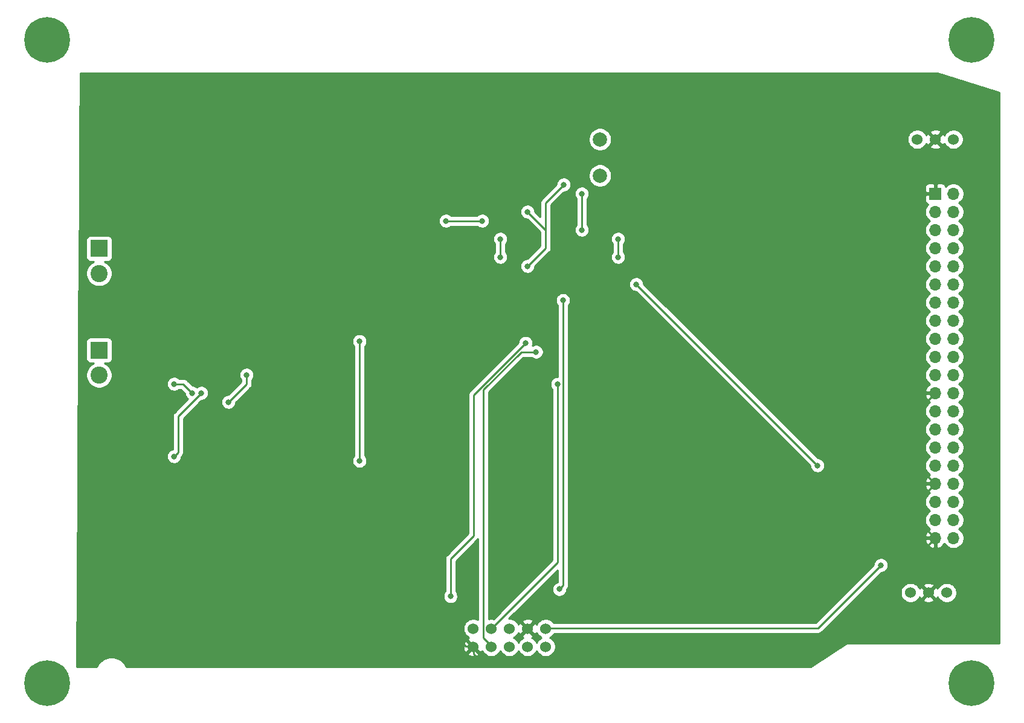
<source format=gbl>
G04 #@! TF.GenerationSoftware,KiCad,Pcbnew,(5.1.10-1-10_14)*
G04 #@! TF.CreationDate,2021-12-21T22:20:50-08:00*
G04 #@! TF.ProjectId,power,706f7765-722e-46b6-9963-61645f706362,rev?*
G04 #@! TF.SameCoordinates,Original*
G04 #@! TF.FileFunction,Copper,L2,Bot*
G04 #@! TF.FilePolarity,Positive*
%FSLAX46Y46*%
G04 Gerber Fmt 4.6, Leading zero omitted, Abs format (unit mm)*
G04 Created by KiCad (PCBNEW (5.1.10-1-10_14)) date 2021-12-21 22:20:50*
%MOMM*%
%LPD*%
G01*
G04 APERTURE LIST*
G04 #@! TA.AperFunction,ComponentPad*
%ADD10O,1.700000X1.700000*%
G04 #@! TD*
G04 #@! TA.AperFunction,ComponentPad*
%ADD11R,1.700000X1.700000*%
G04 #@! TD*
G04 #@! TA.AperFunction,ComponentPad*
%ADD12C,6.400000*%
G04 #@! TD*
G04 #@! TA.AperFunction,ComponentPad*
%ADD13R,2.400000X2.400000*%
G04 #@! TD*
G04 #@! TA.AperFunction,ComponentPad*
%ADD14C,2.400000*%
G04 #@! TD*
G04 #@! TA.AperFunction,ComponentPad*
%ADD15C,1.524000*%
G04 #@! TD*
G04 #@! TA.AperFunction,ComponentPad*
%ADD16C,2.000000*%
G04 #@! TD*
G04 #@! TA.AperFunction,ViaPad*
%ADD17C,0.800000*%
G04 #@! TD*
G04 #@! TA.AperFunction,Conductor*
%ADD18C,0.250000*%
G04 #@! TD*
G04 #@! TA.AperFunction,Conductor*
%ADD19C,0.254000*%
G04 #@! TD*
G04 #@! TA.AperFunction,Conductor*
%ADD20C,0.100000*%
G04 #@! TD*
G04 APERTURE END LIST*
D10*
X157480000Y-100330000D03*
X154940000Y-100330000D03*
X157480000Y-97790000D03*
X154940000Y-97790000D03*
X157480000Y-95250000D03*
X154940000Y-95250000D03*
X157480000Y-92710000D03*
X154940000Y-92710000D03*
X157480000Y-90170000D03*
X154940000Y-90170000D03*
X157480000Y-87630000D03*
X154940000Y-87630000D03*
X157480000Y-85090000D03*
X154940000Y-85090000D03*
X157480000Y-82550000D03*
X154940000Y-82550000D03*
X157480000Y-80010000D03*
X154940000Y-80010000D03*
X157480000Y-77470000D03*
X154940000Y-77470000D03*
X157480000Y-74930000D03*
X154940000Y-74930000D03*
X157480000Y-72390000D03*
X154940000Y-72390000D03*
X157480000Y-69850000D03*
X154940000Y-69850000D03*
X157480000Y-67310000D03*
X154940000Y-67310000D03*
X157480000Y-64770000D03*
X154940000Y-64770000D03*
X157480000Y-62230000D03*
X154940000Y-62230000D03*
X157480000Y-59690000D03*
X154940000Y-59690000D03*
X157480000Y-57150000D03*
X154940000Y-57150000D03*
X157480000Y-54610000D03*
X154940000Y-54610000D03*
X157480000Y-52070000D03*
D11*
X154940000Y-52070000D03*
D12*
X160020000Y-120650000D03*
X30480000Y-120650000D03*
X160020000Y-30480000D03*
X30480000Y-30480000D03*
D13*
X37750000Y-74000000D03*
D14*
X37750000Y-77500000D03*
X37750000Y-63250000D03*
D13*
X37750000Y-59750000D03*
D15*
X152400000Y-44450000D03*
X154940000Y-44450000D03*
X157480000Y-44450000D03*
X151460000Y-108000000D03*
X154000000Y-108000000D03*
X156540000Y-108000000D03*
D16*
X107950000Y-44450000D03*
X107950000Y-49530000D03*
D15*
X90170000Y-115570000D03*
X90170000Y-113030000D03*
X92710000Y-115570000D03*
X92710000Y-113030000D03*
X95250000Y-115570000D03*
X95250000Y-113030000D03*
X97790000Y-115570000D03*
X97790000Y-113030000D03*
X100330000Y-115570000D03*
X100330000Y-113030000D03*
D17*
X50750000Y-40550000D03*
X63250000Y-51500000D03*
X63750000Y-53000000D03*
X65000000Y-89000000D03*
X147320000Y-90170000D03*
X138750000Y-64500000D03*
X55000000Y-91000000D03*
X63000000Y-69000000D03*
X123190000Y-59690000D03*
X119380000Y-62230000D03*
X102870000Y-62230000D03*
X74250000Y-89500000D03*
X74250000Y-72750000D03*
X147320000Y-104140000D03*
X58420000Y-77470000D03*
X55880000Y-81280000D03*
X102250000Y-107500000D03*
X102750000Y-67000000D03*
X97500000Y-73000000D03*
X87000000Y-108500000D03*
X99000000Y-74250000D03*
X102000000Y-78750000D03*
X52070000Y-80010000D03*
X48260000Y-88900000D03*
X48260000Y-78740000D03*
X50800000Y-80010000D03*
X97790000Y-62230000D03*
X97790000Y-54610000D03*
X102870000Y-50800000D03*
X91440000Y-55880000D03*
X93980000Y-58420000D03*
X93980000Y-60960000D03*
X86360000Y-55880000D03*
X105410000Y-52070000D03*
X105410000Y-57150000D03*
X110490000Y-58420000D03*
X110490000Y-60960000D03*
X113030000Y-64770000D03*
X138430000Y-90170000D03*
D18*
X132230000Y-49000000D02*
X132230000Y-50066317D01*
X124179999Y-40949999D02*
X132230000Y-49000000D01*
X50750000Y-40550000D02*
X51149999Y-40949999D01*
X64050001Y-50699999D02*
X63250000Y-51500000D01*
X64050001Y-40949999D02*
X124179999Y-40949999D01*
X51149999Y-40949999D02*
X64050001Y-40949999D01*
X64149999Y-50649999D02*
X64050001Y-50550001D01*
X64149999Y-52600001D02*
X64149999Y-50649999D01*
X63750000Y-53000000D02*
X64149999Y-52600001D01*
X64050001Y-50550001D02*
X64050001Y-50699999D01*
X64050001Y-50550001D02*
X64050001Y-40949999D01*
X129690000Y-103250000D02*
X137310000Y-103250000D01*
X154940000Y-52070000D02*
X140380000Y-52070000D01*
X154090001Y-80859999D02*
X154090001Y-80909999D01*
X154940000Y-80010000D02*
X154090001Y-80859999D01*
X154090001Y-80909999D02*
X153000000Y-82000000D01*
X153000000Y-90770000D02*
X154940000Y-92710000D01*
X153000000Y-86000000D02*
X153000000Y-90770000D01*
X153000000Y-82000000D02*
X153000000Y-86000000D01*
X154940000Y-92710000D02*
X153000000Y-94650000D01*
X153000000Y-98390000D02*
X154940000Y-100330000D01*
X153000000Y-94650000D02*
X153000000Y-98390000D01*
X140230000Y-100330000D02*
X154940000Y-100330000D01*
X137310000Y-103250000D02*
X140230000Y-100330000D01*
X129690000Y-103250000D02*
X122690000Y-110250000D01*
X100580000Y-110250000D02*
X97870000Y-112960000D01*
X122690000Y-110250000D02*
X100580000Y-110250000D01*
X90250000Y-115500000D02*
X89136400Y-115500000D01*
X65000000Y-91363600D02*
X65000000Y-89000000D01*
X65193200Y-91556800D02*
X65000000Y-91363600D01*
X90250000Y-116613600D02*
X90250000Y-115500000D01*
X91886400Y-118250000D02*
X90250000Y-116613600D01*
X137020000Y-118250000D02*
X91886400Y-118250000D01*
X154940000Y-100330000D02*
X137020000Y-118250000D01*
X147920000Y-90770000D02*
X147320000Y-90170000D01*
X153000000Y-90770000D02*
X147920000Y-90770000D01*
X132230000Y-50066317D02*
X137250000Y-55086317D01*
X137250000Y-63000000D02*
X138750000Y-64500000D01*
X137250000Y-55086317D02*
X137250000Y-63000000D01*
X89136400Y-115500000D02*
X67463200Y-93826800D01*
X67463200Y-93826800D02*
X65193200Y-91556800D01*
X64636400Y-91000000D02*
X65000000Y-91363600D01*
X55000000Y-91000000D02*
X64636400Y-91000000D01*
X63000000Y-53750000D02*
X63750000Y-53000000D01*
X63000000Y-69000000D02*
X63000000Y-53750000D01*
X132230000Y-49380000D02*
X132230000Y-49000000D01*
X119380000Y-62230000D02*
X116840000Y-62230000D01*
X123190000Y-59690000D02*
X125730000Y-59690000D01*
X116840000Y-62230000D02*
X102870000Y-62230000D01*
X74250000Y-89500000D02*
X74250000Y-72750000D01*
X100410000Y-112960000D02*
X138500000Y-112960000D01*
X138500000Y-112960000D02*
X147320000Y-104140000D01*
X58420000Y-77470000D02*
X58420000Y-78740000D01*
X58420000Y-78740000D02*
X57150000Y-80010000D01*
X57150000Y-80010000D02*
X55880000Y-81280000D01*
X102250000Y-107500000D02*
X102750000Y-107000000D01*
X102750000Y-107000000D02*
X102750000Y-67000000D01*
X97500000Y-73000000D02*
X90250000Y-80250000D01*
X90250000Y-80250000D02*
X90250000Y-100000000D01*
X87000000Y-103250000D02*
X90250000Y-100000000D01*
X87000000Y-108500000D02*
X87000000Y-103250000D01*
X91601399Y-114311399D02*
X92790000Y-115500000D01*
X91601399Y-79535011D02*
X91601399Y-81851399D01*
X96886410Y-74250000D02*
X91601399Y-79535011D01*
X99000000Y-74250000D02*
X96886410Y-74250000D01*
X91601399Y-81451379D02*
X91601399Y-81851399D01*
X91601399Y-81851399D02*
X91601399Y-114311399D01*
X102000000Y-103750000D02*
X92790000Y-112960000D01*
X102000000Y-78750000D02*
X102000000Y-103750000D01*
X48804999Y-83275001D02*
X52070000Y-80010000D01*
X48804999Y-83275001D02*
X48804999Y-87085001D01*
X48804999Y-88355001D02*
X48260000Y-88900000D01*
X48804999Y-87085001D02*
X48804999Y-88355001D01*
X49530000Y-78740000D02*
X50800000Y-80010000D01*
X48260000Y-78740000D02*
X49530000Y-78740000D01*
X100330000Y-59690000D02*
X100330000Y-57150000D01*
X97790000Y-62230000D02*
X100330000Y-59690000D01*
X100330000Y-57150000D02*
X97790000Y-54610000D01*
X100330000Y-57150000D02*
X100330000Y-53340000D01*
X100330000Y-53340000D02*
X102870000Y-50800000D01*
X93980000Y-58420000D02*
X93980000Y-60960000D01*
X91440000Y-55880000D02*
X86360000Y-55880000D01*
X105410000Y-52070000D02*
X105410000Y-57150000D01*
X110490000Y-58420000D02*
X110490000Y-60960000D01*
X113030000Y-64770000D02*
X138430000Y-90170000D01*
D19*
X163873000Y-37843210D02*
X163873000Y-115123000D01*
X142500000Y-115123000D01*
X142475224Y-115125440D01*
X142451399Y-115132667D01*
X142430786Y-115143518D01*
X137462352Y-118373000D01*
X41555881Y-118373000D01*
X41480631Y-118191331D01*
X41236038Y-117825271D01*
X40924729Y-117513962D01*
X40558669Y-117269369D01*
X40151925Y-117100890D01*
X39720128Y-117015000D01*
X39279872Y-117015000D01*
X38848075Y-117100890D01*
X38441331Y-117269369D01*
X38075271Y-117513962D01*
X37763962Y-117825271D01*
X37519369Y-118191331D01*
X37444119Y-118373000D01*
X34627763Y-118373000D01*
X34638765Y-116535565D01*
X89384040Y-116535565D01*
X89451020Y-116775656D01*
X89700048Y-116892756D01*
X89967135Y-116959023D01*
X90242017Y-116971910D01*
X90514133Y-116930922D01*
X90773023Y-116837636D01*
X90888980Y-116775656D01*
X90955960Y-116535565D01*
X90170000Y-115749605D01*
X89384040Y-116535565D01*
X34638765Y-116535565D01*
X34644116Y-115642017D01*
X88768090Y-115642017D01*
X88809078Y-115914133D01*
X88902364Y-116173023D01*
X88964344Y-116288980D01*
X89204435Y-116355960D01*
X89990395Y-115570000D01*
X89204435Y-114784040D01*
X88964344Y-114851020D01*
X88847244Y-115100048D01*
X88780977Y-115367135D01*
X88768090Y-115642017D01*
X34644116Y-115642017D01*
X34687493Y-108398061D01*
X85965000Y-108398061D01*
X85965000Y-108601939D01*
X86004774Y-108801898D01*
X86082795Y-108990256D01*
X86196063Y-109159774D01*
X86340226Y-109303937D01*
X86509744Y-109417205D01*
X86698102Y-109495226D01*
X86898061Y-109535000D01*
X87101939Y-109535000D01*
X87301898Y-109495226D01*
X87490256Y-109417205D01*
X87659774Y-109303937D01*
X87803937Y-109159774D01*
X87917205Y-108990256D01*
X87995226Y-108801898D01*
X88035000Y-108601939D01*
X88035000Y-108398061D01*
X87995226Y-108198102D01*
X87917205Y-108009744D01*
X87803937Y-107840226D01*
X87760000Y-107796289D01*
X87760000Y-103564801D01*
X90761003Y-100563799D01*
X90790001Y-100540001D01*
X90841400Y-100477372D01*
X90841400Y-111798458D01*
X90831727Y-111791995D01*
X90577490Y-111686686D01*
X90307592Y-111633000D01*
X90032408Y-111633000D01*
X89762510Y-111686686D01*
X89508273Y-111791995D01*
X89279465Y-111944880D01*
X89084880Y-112139465D01*
X88931995Y-112368273D01*
X88826686Y-112622510D01*
X88773000Y-112892408D01*
X88773000Y-113167592D01*
X88826686Y-113437490D01*
X88931995Y-113691727D01*
X89084880Y-113920535D01*
X89279465Y-114115120D01*
X89508273Y-114268005D01*
X89579943Y-114297692D01*
X89566977Y-114302364D01*
X89451020Y-114364344D01*
X89384040Y-114604435D01*
X90170000Y-115390395D01*
X90184143Y-115376253D01*
X90363748Y-115555858D01*
X90349605Y-115570000D01*
X91135565Y-116355960D01*
X91375656Y-116288980D01*
X91439485Y-116153240D01*
X91471995Y-116231727D01*
X91624880Y-116460535D01*
X91819465Y-116655120D01*
X92048273Y-116808005D01*
X92302510Y-116913314D01*
X92572408Y-116967000D01*
X92847592Y-116967000D01*
X93117490Y-116913314D01*
X93371727Y-116808005D01*
X93600535Y-116655120D01*
X93795120Y-116460535D01*
X93948005Y-116231727D01*
X93980000Y-116154485D01*
X94011995Y-116231727D01*
X94164880Y-116460535D01*
X94359465Y-116655120D01*
X94588273Y-116808005D01*
X94842510Y-116913314D01*
X95112408Y-116967000D01*
X95387592Y-116967000D01*
X95657490Y-116913314D01*
X95911727Y-116808005D01*
X96140535Y-116655120D01*
X96335120Y-116460535D01*
X96488005Y-116231727D01*
X96520000Y-116154485D01*
X96551995Y-116231727D01*
X96704880Y-116460535D01*
X96899465Y-116655120D01*
X97128273Y-116808005D01*
X97382510Y-116913314D01*
X97652408Y-116967000D01*
X97927592Y-116967000D01*
X98197490Y-116913314D01*
X98451727Y-116808005D01*
X98680535Y-116655120D01*
X98875120Y-116460535D01*
X99028005Y-116231727D01*
X99060000Y-116154485D01*
X99091995Y-116231727D01*
X99244880Y-116460535D01*
X99439465Y-116655120D01*
X99668273Y-116808005D01*
X99922510Y-116913314D01*
X100192408Y-116967000D01*
X100467592Y-116967000D01*
X100737490Y-116913314D01*
X100991727Y-116808005D01*
X101220535Y-116655120D01*
X101415120Y-116460535D01*
X101568005Y-116231727D01*
X101673314Y-115977490D01*
X101727000Y-115707592D01*
X101727000Y-115432408D01*
X101673314Y-115162510D01*
X101568005Y-114908273D01*
X101415120Y-114679465D01*
X101220535Y-114484880D01*
X100991727Y-114331995D01*
X100914485Y-114300000D01*
X100991727Y-114268005D01*
X101220535Y-114115120D01*
X101415120Y-113920535D01*
X101549114Y-113720000D01*
X138462678Y-113720000D01*
X138500000Y-113723676D01*
X138537322Y-113720000D01*
X138537333Y-113720000D01*
X138648986Y-113709003D01*
X138792247Y-113665546D01*
X138924276Y-113594974D01*
X139040001Y-113500001D01*
X139063804Y-113470997D01*
X144672393Y-107862408D01*
X150063000Y-107862408D01*
X150063000Y-108137592D01*
X150116686Y-108407490D01*
X150221995Y-108661727D01*
X150374880Y-108890535D01*
X150569465Y-109085120D01*
X150798273Y-109238005D01*
X151052510Y-109343314D01*
X151322408Y-109397000D01*
X151597592Y-109397000D01*
X151867490Y-109343314D01*
X152121727Y-109238005D01*
X152350535Y-109085120D01*
X152470090Y-108965565D01*
X153214040Y-108965565D01*
X153281020Y-109205656D01*
X153530048Y-109322756D01*
X153797135Y-109389023D01*
X154072017Y-109401910D01*
X154344133Y-109360922D01*
X154603023Y-109267636D01*
X154718980Y-109205656D01*
X154785960Y-108965565D01*
X154000000Y-108179605D01*
X153214040Y-108965565D01*
X152470090Y-108965565D01*
X152545120Y-108890535D01*
X152698005Y-108661727D01*
X152727692Y-108590057D01*
X152732364Y-108603023D01*
X152794344Y-108718980D01*
X153034435Y-108785960D01*
X153820395Y-108000000D01*
X154179605Y-108000000D01*
X154965565Y-108785960D01*
X155205656Y-108718980D01*
X155269485Y-108583240D01*
X155301995Y-108661727D01*
X155454880Y-108890535D01*
X155649465Y-109085120D01*
X155878273Y-109238005D01*
X156132510Y-109343314D01*
X156402408Y-109397000D01*
X156677592Y-109397000D01*
X156947490Y-109343314D01*
X157201727Y-109238005D01*
X157430535Y-109085120D01*
X157625120Y-108890535D01*
X157778005Y-108661727D01*
X157883314Y-108407490D01*
X157937000Y-108137592D01*
X157937000Y-107862408D01*
X157883314Y-107592510D01*
X157778005Y-107338273D01*
X157625120Y-107109465D01*
X157430535Y-106914880D01*
X157201727Y-106761995D01*
X156947490Y-106656686D01*
X156677592Y-106603000D01*
X156402408Y-106603000D01*
X156132510Y-106656686D01*
X155878273Y-106761995D01*
X155649465Y-106914880D01*
X155454880Y-107109465D01*
X155301995Y-107338273D01*
X155272308Y-107409943D01*
X155267636Y-107396977D01*
X155205656Y-107281020D01*
X154965565Y-107214040D01*
X154179605Y-108000000D01*
X153820395Y-108000000D01*
X153034435Y-107214040D01*
X152794344Y-107281020D01*
X152730515Y-107416760D01*
X152698005Y-107338273D01*
X152545120Y-107109465D01*
X152470090Y-107034435D01*
X153214040Y-107034435D01*
X154000000Y-107820395D01*
X154785960Y-107034435D01*
X154718980Y-106794344D01*
X154469952Y-106677244D01*
X154202865Y-106610977D01*
X153927983Y-106598090D01*
X153655867Y-106639078D01*
X153396977Y-106732364D01*
X153281020Y-106794344D01*
X153214040Y-107034435D01*
X152470090Y-107034435D01*
X152350535Y-106914880D01*
X152121727Y-106761995D01*
X151867490Y-106656686D01*
X151597592Y-106603000D01*
X151322408Y-106603000D01*
X151052510Y-106656686D01*
X150798273Y-106761995D01*
X150569465Y-106914880D01*
X150374880Y-107109465D01*
X150221995Y-107338273D01*
X150116686Y-107592510D01*
X150063000Y-107862408D01*
X144672393Y-107862408D01*
X147359802Y-105175000D01*
X147421939Y-105175000D01*
X147621898Y-105135226D01*
X147810256Y-105057205D01*
X147979774Y-104943937D01*
X148123937Y-104799774D01*
X148237205Y-104630256D01*
X148315226Y-104441898D01*
X148355000Y-104241939D01*
X148355000Y-104038061D01*
X148315226Y-103838102D01*
X148237205Y-103649744D01*
X148123937Y-103480226D01*
X147979774Y-103336063D01*
X147810256Y-103222795D01*
X147621898Y-103144774D01*
X147421939Y-103105000D01*
X147218061Y-103105000D01*
X147018102Y-103144774D01*
X146829744Y-103222795D01*
X146660226Y-103336063D01*
X146516063Y-103480226D01*
X146402795Y-103649744D01*
X146324774Y-103838102D01*
X146285000Y-104038061D01*
X146285000Y-104100198D01*
X138185199Y-112200000D01*
X101455568Y-112200000D01*
X101415120Y-112139465D01*
X101220535Y-111944880D01*
X100991727Y-111791995D01*
X100737490Y-111686686D01*
X100467592Y-111633000D01*
X100192408Y-111633000D01*
X99922510Y-111686686D01*
X99668273Y-111791995D01*
X99439465Y-111944880D01*
X99244880Y-112139465D01*
X99091995Y-112368273D01*
X99062308Y-112439943D01*
X99057636Y-112426977D01*
X98995656Y-112311020D01*
X98755565Y-112244040D01*
X97969605Y-113030000D01*
X98755565Y-113815960D01*
X98995656Y-113748980D01*
X99059485Y-113613240D01*
X99091995Y-113691727D01*
X99244880Y-113920535D01*
X99439465Y-114115120D01*
X99668273Y-114268005D01*
X99745515Y-114300000D01*
X99668273Y-114331995D01*
X99439465Y-114484880D01*
X99244880Y-114679465D01*
X99091995Y-114908273D01*
X99060000Y-114985515D01*
X99028005Y-114908273D01*
X98875120Y-114679465D01*
X98680535Y-114484880D01*
X98451727Y-114331995D01*
X98380057Y-114302308D01*
X98393023Y-114297636D01*
X98508980Y-114235656D01*
X98575960Y-113995565D01*
X97790000Y-113209605D01*
X97004040Y-113995565D01*
X97071020Y-114235656D01*
X97206760Y-114299485D01*
X97128273Y-114331995D01*
X96899465Y-114484880D01*
X96704880Y-114679465D01*
X96551995Y-114908273D01*
X96520000Y-114985515D01*
X96488005Y-114908273D01*
X96335120Y-114679465D01*
X96140535Y-114484880D01*
X95911727Y-114331995D01*
X95834485Y-114300000D01*
X95911727Y-114268005D01*
X96140535Y-114115120D01*
X96335120Y-113920535D01*
X96488005Y-113691727D01*
X96517692Y-113620057D01*
X96522364Y-113633023D01*
X96584344Y-113748980D01*
X96824435Y-113815960D01*
X97610395Y-113030000D01*
X96824435Y-112244040D01*
X96584344Y-112311020D01*
X96520515Y-112446760D01*
X96488005Y-112368273D01*
X96335120Y-112139465D01*
X96260090Y-112064435D01*
X97004040Y-112064435D01*
X97790000Y-112850395D01*
X98575960Y-112064435D01*
X98508980Y-111824344D01*
X98259952Y-111707244D01*
X97992865Y-111640977D01*
X97717983Y-111628090D01*
X97445867Y-111669078D01*
X97186977Y-111762364D01*
X97071020Y-111824344D01*
X97004040Y-112064435D01*
X96260090Y-112064435D01*
X96140535Y-111944880D01*
X95911727Y-111791995D01*
X95657490Y-111686686D01*
X95387592Y-111633000D01*
X95191801Y-111633000D01*
X101990000Y-104834802D01*
X101990000Y-106496440D01*
X101948102Y-106504774D01*
X101759744Y-106582795D01*
X101590226Y-106696063D01*
X101446063Y-106840226D01*
X101332795Y-107009744D01*
X101254774Y-107198102D01*
X101215000Y-107398061D01*
X101215000Y-107601939D01*
X101254774Y-107801898D01*
X101332795Y-107990256D01*
X101446063Y-108159774D01*
X101590226Y-108303937D01*
X101759744Y-108417205D01*
X101948102Y-108495226D01*
X102148061Y-108535000D01*
X102351939Y-108535000D01*
X102551898Y-108495226D01*
X102740256Y-108417205D01*
X102909774Y-108303937D01*
X103053937Y-108159774D01*
X103167205Y-107990256D01*
X103245226Y-107801898D01*
X103285000Y-107601939D01*
X103285000Y-107544105D01*
X103290001Y-107540001D01*
X103384974Y-107424276D01*
X103455546Y-107292247D01*
X103499003Y-107148986D01*
X103510000Y-107037333D01*
X103510000Y-107037325D01*
X103513676Y-107000000D01*
X103510000Y-106962675D01*
X103510000Y-100686890D01*
X153498524Y-100686890D01*
X153543175Y-100834099D01*
X153668359Y-101096920D01*
X153842412Y-101330269D01*
X154058645Y-101525178D01*
X154308748Y-101674157D01*
X154583109Y-101771481D01*
X154813000Y-101650814D01*
X154813000Y-100457000D01*
X153619845Y-100457000D01*
X153498524Y-100686890D01*
X103510000Y-100686890D01*
X103510000Y-67703711D01*
X103553937Y-67659774D01*
X103667205Y-67490256D01*
X103745226Y-67301898D01*
X103785000Y-67101939D01*
X103785000Y-66898061D01*
X103745226Y-66698102D01*
X103667205Y-66509744D01*
X103553937Y-66340226D01*
X103409774Y-66196063D01*
X103240256Y-66082795D01*
X103051898Y-66004774D01*
X102851939Y-65965000D01*
X102648061Y-65965000D01*
X102448102Y-66004774D01*
X102259744Y-66082795D01*
X102090226Y-66196063D01*
X101946063Y-66340226D01*
X101832795Y-66509744D01*
X101754774Y-66698102D01*
X101715000Y-66898061D01*
X101715000Y-67101939D01*
X101754774Y-67301898D01*
X101832795Y-67490256D01*
X101946063Y-67659774D01*
X101990001Y-67703712D01*
X101990001Y-77715000D01*
X101898061Y-77715000D01*
X101698102Y-77754774D01*
X101509744Y-77832795D01*
X101340226Y-77946063D01*
X101196063Y-78090226D01*
X101082795Y-78259744D01*
X101004774Y-78448102D01*
X100965000Y-78648061D01*
X100965000Y-78851939D01*
X101004774Y-79051898D01*
X101082795Y-79240256D01*
X101196063Y-79409774D01*
X101240000Y-79453711D01*
X101240001Y-103435197D01*
X93009912Y-111665287D01*
X92847592Y-111633000D01*
X92572408Y-111633000D01*
X92361399Y-111674972D01*
X92361399Y-79849812D01*
X97201212Y-75010000D01*
X98296289Y-75010000D01*
X98340226Y-75053937D01*
X98509744Y-75167205D01*
X98698102Y-75245226D01*
X98898061Y-75285000D01*
X99101939Y-75285000D01*
X99301898Y-75245226D01*
X99490256Y-75167205D01*
X99659774Y-75053937D01*
X99803937Y-74909774D01*
X99917205Y-74740256D01*
X99995226Y-74551898D01*
X100035000Y-74351939D01*
X100035000Y-74148061D01*
X99995226Y-73948102D01*
X99917205Y-73759744D01*
X99803937Y-73590226D01*
X99659774Y-73446063D01*
X99490256Y-73332795D01*
X99301898Y-73254774D01*
X99101939Y-73215000D01*
X98898061Y-73215000D01*
X98698102Y-73254774D01*
X98509744Y-73332795D01*
X98471974Y-73358032D01*
X98495226Y-73301898D01*
X98535000Y-73101939D01*
X98535000Y-72898061D01*
X98495226Y-72698102D01*
X98417205Y-72509744D01*
X98303937Y-72340226D01*
X98159774Y-72196063D01*
X97990256Y-72082795D01*
X97801898Y-72004774D01*
X97601939Y-71965000D01*
X97398061Y-71965000D01*
X97198102Y-72004774D01*
X97009744Y-72082795D01*
X96840226Y-72196063D01*
X96696063Y-72340226D01*
X96582795Y-72509744D01*
X96504774Y-72698102D01*
X96465000Y-72898061D01*
X96465000Y-72960198D01*
X89739003Y-79686196D01*
X89709999Y-79709999D01*
X89656655Y-79775000D01*
X89615026Y-79825724D01*
X89594706Y-79863740D01*
X89544454Y-79957754D01*
X89500997Y-80101015D01*
X89490000Y-80212668D01*
X89490000Y-80212678D01*
X89486324Y-80250000D01*
X89490000Y-80287322D01*
X89490001Y-99685197D01*
X86488998Y-102686201D01*
X86460000Y-102709999D01*
X86436202Y-102738997D01*
X86436201Y-102738998D01*
X86365026Y-102825724D01*
X86294454Y-102957754D01*
X86285788Y-102986324D01*
X86250998Y-103101014D01*
X86249618Y-103115026D01*
X86236324Y-103250000D01*
X86240001Y-103287332D01*
X86240000Y-107796289D01*
X86196063Y-107840226D01*
X86082795Y-108009744D01*
X86004774Y-108198102D01*
X85965000Y-108398061D01*
X34687493Y-108398061D01*
X34900655Y-72800000D01*
X35911928Y-72800000D01*
X35911928Y-75200000D01*
X35924188Y-75324482D01*
X35960498Y-75444180D01*
X36019463Y-75554494D01*
X36098815Y-75651185D01*
X36195506Y-75730537D01*
X36305820Y-75789502D01*
X36425518Y-75825812D01*
X36550000Y-75838072D01*
X36967162Y-75838072D01*
X36880801Y-75873844D01*
X36580256Y-76074662D01*
X36324662Y-76330256D01*
X36123844Y-76630801D01*
X35985518Y-76964750D01*
X35915000Y-77319268D01*
X35915000Y-77680732D01*
X35985518Y-78035250D01*
X36123844Y-78369199D01*
X36324662Y-78669744D01*
X36580256Y-78925338D01*
X36880801Y-79126156D01*
X37214750Y-79264482D01*
X37569268Y-79335000D01*
X37930732Y-79335000D01*
X38285250Y-79264482D01*
X38619199Y-79126156D01*
X38919744Y-78925338D01*
X39175338Y-78669744D01*
X39196507Y-78638061D01*
X47225000Y-78638061D01*
X47225000Y-78841939D01*
X47264774Y-79041898D01*
X47342795Y-79230256D01*
X47456063Y-79399774D01*
X47600226Y-79543937D01*
X47769744Y-79657205D01*
X47958102Y-79735226D01*
X48158061Y-79775000D01*
X48361939Y-79775000D01*
X48561898Y-79735226D01*
X48750256Y-79657205D01*
X48919774Y-79543937D01*
X48963711Y-79500000D01*
X49215199Y-79500000D01*
X49765000Y-80049802D01*
X49765000Y-80111939D01*
X49804774Y-80311898D01*
X49882795Y-80500256D01*
X49996063Y-80669774D01*
X50140226Y-80813937D01*
X50170820Y-80834379D01*
X48294002Y-82711197D01*
X48264998Y-82735000D01*
X48209870Y-82802175D01*
X48170025Y-82850725D01*
X48099454Y-82982754D01*
X48099453Y-82982755D01*
X48055996Y-83126016D01*
X48044999Y-83237669D01*
X48044999Y-83237679D01*
X48041323Y-83275001D01*
X48044999Y-83312324D01*
X48045000Y-87047659D01*
X48044999Y-87047669D01*
X48045000Y-87887489D01*
X47958102Y-87904774D01*
X47769744Y-87982795D01*
X47600226Y-88096063D01*
X47456063Y-88240226D01*
X47342795Y-88409744D01*
X47264774Y-88598102D01*
X47225000Y-88798061D01*
X47225000Y-89001939D01*
X47264774Y-89201898D01*
X47342795Y-89390256D01*
X47456063Y-89559774D01*
X47600226Y-89703937D01*
X47769744Y-89817205D01*
X47958102Y-89895226D01*
X48158061Y-89935000D01*
X48361939Y-89935000D01*
X48561898Y-89895226D01*
X48750256Y-89817205D01*
X48919774Y-89703937D01*
X49063937Y-89559774D01*
X49177205Y-89390256D01*
X49255226Y-89201898D01*
X49295000Y-89001939D01*
X49295000Y-88939802D01*
X49316001Y-88918801D01*
X49345000Y-88895002D01*
X49378641Y-88854010D01*
X49439973Y-88779278D01*
X49510545Y-88647248D01*
X49530096Y-88582795D01*
X49554002Y-88503987D01*
X49564999Y-88392334D01*
X49564999Y-88392324D01*
X49568675Y-88355001D01*
X49564999Y-88317678D01*
X49564999Y-83589802D01*
X51976740Y-81178061D01*
X54845000Y-81178061D01*
X54845000Y-81381939D01*
X54884774Y-81581898D01*
X54962795Y-81770256D01*
X55076063Y-81939774D01*
X55220226Y-82083937D01*
X55389744Y-82197205D01*
X55578102Y-82275226D01*
X55778061Y-82315000D01*
X55981939Y-82315000D01*
X56181898Y-82275226D01*
X56370256Y-82197205D01*
X56539774Y-82083937D01*
X56683937Y-81939774D01*
X56797205Y-81770256D01*
X56875226Y-81581898D01*
X56915000Y-81381939D01*
X56915000Y-81319801D01*
X57713799Y-80521003D01*
X57713803Y-80520998D01*
X58931003Y-79303799D01*
X58960001Y-79280001D01*
X59054974Y-79164276D01*
X59125546Y-79032247D01*
X59169003Y-78888986D01*
X59180000Y-78777333D01*
X59180000Y-78777324D01*
X59183676Y-78740001D01*
X59180000Y-78702678D01*
X59180000Y-78173711D01*
X59223937Y-78129774D01*
X59337205Y-77960256D01*
X59415226Y-77771898D01*
X59455000Y-77571939D01*
X59455000Y-77368061D01*
X59415226Y-77168102D01*
X59337205Y-76979744D01*
X59223937Y-76810226D01*
X59079774Y-76666063D01*
X58910256Y-76552795D01*
X58721898Y-76474774D01*
X58521939Y-76435000D01*
X58318061Y-76435000D01*
X58118102Y-76474774D01*
X57929744Y-76552795D01*
X57760226Y-76666063D01*
X57616063Y-76810226D01*
X57502795Y-76979744D01*
X57424774Y-77168102D01*
X57385000Y-77368061D01*
X57385000Y-77571939D01*
X57424774Y-77771898D01*
X57502795Y-77960256D01*
X57616063Y-78129774D01*
X57660001Y-78173712D01*
X57660001Y-78425197D01*
X56639002Y-79446197D01*
X56638997Y-79446201D01*
X55840199Y-80245000D01*
X55778061Y-80245000D01*
X55578102Y-80284774D01*
X55389744Y-80362795D01*
X55220226Y-80476063D01*
X55076063Y-80620226D01*
X54962795Y-80789744D01*
X54884774Y-80978102D01*
X54845000Y-81178061D01*
X51976740Y-81178061D01*
X52109802Y-81045000D01*
X52171939Y-81045000D01*
X52371898Y-81005226D01*
X52560256Y-80927205D01*
X52729774Y-80813937D01*
X52873937Y-80669774D01*
X52987205Y-80500256D01*
X53065226Y-80311898D01*
X53105000Y-80111939D01*
X53105000Y-79908061D01*
X53065226Y-79708102D01*
X52987205Y-79519744D01*
X52873937Y-79350226D01*
X52729774Y-79206063D01*
X52560256Y-79092795D01*
X52371898Y-79014774D01*
X52171939Y-78975000D01*
X51968061Y-78975000D01*
X51768102Y-79014774D01*
X51579744Y-79092795D01*
X51435000Y-79189510D01*
X51290256Y-79092795D01*
X51101898Y-79014774D01*
X50901939Y-78975000D01*
X50839802Y-78975000D01*
X50093804Y-78229003D01*
X50070001Y-78199999D01*
X49954276Y-78105026D01*
X49822247Y-78034454D01*
X49678986Y-77990997D01*
X49567333Y-77980000D01*
X49567322Y-77980000D01*
X49530000Y-77976324D01*
X49492678Y-77980000D01*
X48963711Y-77980000D01*
X48919774Y-77936063D01*
X48750256Y-77822795D01*
X48561898Y-77744774D01*
X48361939Y-77705000D01*
X48158061Y-77705000D01*
X47958102Y-77744774D01*
X47769744Y-77822795D01*
X47600226Y-77936063D01*
X47456063Y-78080226D01*
X47342795Y-78249744D01*
X47264774Y-78438102D01*
X47225000Y-78638061D01*
X39196507Y-78638061D01*
X39376156Y-78369199D01*
X39514482Y-78035250D01*
X39585000Y-77680732D01*
X39585000Y-77319268D01*
X39514482Y-76964750D01*
X39376156Y-76630801D01*
X39175338Y-76330256D01*
X38919744Y-76074662D01*
X38619199Y-75873844D01*
X38532838Y-75838072D01*
X38950000Y-75838072D01*
X39074482Y-75825812D01*
X39194180Y-75789502D01*
X39304494Y-75730537D01*
X39401185Y-75651185D01*
X39480537Y-75554494D01*
X39539502Y-75444180D01*
X39575812Y-75324482D01*
X39588072Y-75200000D01*
X39588072Y-72800000D01*
X39575812Y-72675518D01*
X39567484Y-72648061D01*
X73215000Y-72648061D01*
X73215000Y-72851939D01*
X73254774Y-73051898D01*
X73332795Y-73240256D01*
X73446063Y-73409774D01*
X73490001Y-73453712D01*
X73490000Y-88796289D01*
X73446063Y-88840226D01*
X73332795Y-89009744D01*
X73254774Y-89198102D01*
X73215000Y-89398061D01*
X73215000Y-89601939D01*
X73254774Y-89801898D01*
X73332795Y-89990256D01*
X73446063Y-90159774D01*
X73590226Y-90303937D01*
X73759744Y-90417205D01*
X73948102Y-90495226D01*
X74148061Y-90535000D01*
X74351939Y-90535000D01*
X74551898Y-90495226D01*
X74740256Y-90417205D01*
X74909774Y-90303937D01*
X75053937Y-90159774D01*
X75167205Y-89990256D01*
X75245226Y-89801898D01*
X75285000Y-89601939D01*
X75285000Y-89398061D01*
X75245226Y-89198102D01*
X75167205Y-89009744D01*
X75053937Y-88840226D01*
X75010000Y-88796289D01*
X75010000Y-73453711D01*
X75053937Y-73409774D01*
X75167205Y-73240256D01*
X75245226Y-73051898D01*
X75285000Y-72851939D01*
X75285000Y-72648061D01*
X75245226Y-72448102D01*
X75167205Y-72259744D01*
X75053937Y-72090226D01*
X74909774Y-71946063D01*
X74740256Y-71832795D01*
X74551898Y-71754774D01*
X74351939Y-71715000D01*
X74148061Y-71715000D01*
X73948102Y-71754774D01*
X73759744Y-71832795D01*
X73590226Y-71946063D01*
X73446063Y-72090226D01*
X73332795Y-72259744D01*
X73254774Y-72448102D01*
X73215000Y-72648061D01*
X39567484Y-72648061D01*
X39539502Y-72555820D01*
X39480537Y-72445506D01*
X39401185Y-72348815D01*
X39304494Y-72269463D01*
X39194180Y-72210498D01*
X39074482Y-72174188D01*
X38950000Y-72161928D01*
X36550000Y-72161928D01*
X36425518Y-72174188D01*
X36305820Y-72210498D01*
X36195506Y-72269463D01*
X36098815Y-72348815D01*
X36019463Y-72445506D01*
X35960498Y-72555820D01*
X35924188Y-72675518D01*
X35911928Y-72800000D01*
X34900655Y-72800000D01*
X34985984Y-58550000D01*
X35911928Y-58550000D01*
X35911928Y-60950000D01*
X35924188Y-61074482D01*
X35960498Y-61194180D01*
X36019463Y-61304494D01*
X36098815Y-61401185D01*
X36195506Y-61480537D01*
X36305820Y-61539502D01*
X36425518Y-61575812D01*
X36550000Y-61588072D01*
X36967162Y-61588072D01*
X36880801Y-61623844D01*
X36580256Y-61824662D01*
X36324662Y-62080256D01*
X36123844Y-62380801D01*
X35985518Y-62714750D01*
X35915000Y-63069268D01*
X35915000Y-63430732D01*
X35985518Y-63785250D01*
X36123844Y-64119199D01*
X36324662Y-64419744D01*
X36580256Y-64675338D01*
X36880801Y-64876156D01*
X37214750Y-65014482D01*
X37569268Y-65085000D01*
X37930732Y-65085000D01*
X38285250Y-65014482D01*
X38619199Y-64876156D01*
X38919744Y-64675338D01*
X38927021Y-64668061D01*
X111995000Y-64668061D01*
X111995000Y-64871939D01*
X112034774Y-65071898D01*
X112112795Y-65260256D01*
X112226063Y-65429774D01*
X112370226Y-65573937D01*
X112539744Y-65687205D01*
X112728102Y-65765226D01*
X112928061Y-65805000D01*
X112990199Y-65805000D01*
X137395000Y-90209803D01*
X137395000Y-90271939D01*
X137434774Y-90471898D01*
X137512795Y-90660256D01*
X137626063Y-90829774D01*
X137770226Y-90973937D01*
X137939744Y-91087205D01*
X138128102Y-91165226D01*
X138328061Y-91205000D01*
X138531939Y-91205000D01*
X138731898Y-91165226D01*
X138920256Y-91087205D01*
X139089774Y-90973937D01*
X139233937Y-90829774D01*
X139347205Y-90660256D01*
X139425226Y-90471898D01*
X139465000Y-90271939D01*
X139465000Y-90068061D01*
X139425226Y-89868102D01*
X139347205Y-89679744D01*
X139233937Y-89510226D01*
X139089774Y-89366063D01*
X138920256Y-89252795D01*
X138731898Y-89174774D01*
X138531939Y-89135000D01*
X138469803Y-89135000D01*
X114065000Y-64730199D01*
X114065000Y-64668061D01*
X114025226Y-64468102D01*
X113947205Y-64279744D01*
X113833937Y-64110226D01*
X113689774Y-63966063D01*
X113520256Y-63852795D01*
X113331898Y-63774774D01*
X113131939Y-63735000D01*
X112928061Y-63735000D01*
X112728102Y-63774774D01*
X112539744Y-63852795D01*
X112370226Y-63966063D01*
X112226063Y-64110226D01*
X112112795Y-64279744D01*
X112034774Y-64468102D01*
X111995000Y-64668061D01*
X38927021Y-64668061D01*
X39175338Y-64419744D01*
X39376156Y-64119199D01*
X39514482Y-63785250D01*
X39585000Y-63430732D01*
X39585000Y-63069268D01*
X39514482Y-62714750D01*
X39376156Y-62380801D01*
X39175338Y-62080256D01*
X38919744Y-61824662D01*
X38619199Y-61623844D01*
X38532838Y-61588072D01*
X38950000Y-61588072D01*
X39074482Y-61575812D01*
X39194180Y-61539502D01*
X39304494Y-61480537D01*
X39401185Y-61401185D01*
X39480537Y-61304494D01*
X39539502Y-61194180D01*
X39575812Y-61074482D01*
X39588072Y-60950000D01*
X39588072Y-58550000D01*
X39575812Y-58425518D01*
X39543216Y-58318061D01*
X92945000Y-58318061D01*
X92945000Y-58521939D01*
X92984774Y-58721898D01*
X93062795Y-58910256D01*
X93176063Y-59079774D01*
X93220000Y-59123711D01*
X93220001Y-60256288D01*
X93176063Y-60300226D01*
X93062795Y-60469744D01*
X92984774Y-60658102D01*
X92945000Y-60858061D01*
X92945000Y-61061939D01*
X92984774Y-61261898D01*
X93062795Y-61450256D01*
X93176063Y-61619774D01*
X93320226Y-61763937D01*
X93489744Y-61877205D01*
X93678102Y-61955226D01*
X93878061Y-61995000D01*
X94081939Y-61995000D01*
X94281898Y-61955226D01*
X94470256Y-61877205D01*
X94639774Y-61763937D01*
X94783937Y-61619774D01*
X94897205Y-61450256D01*
X94975226Y-61261898D01*
X95015000Y-61061939D01*
X95015000Y-60858061D01*
X94975226Y-60658102D01*
X94897205Y-60469744D01*
X94783937Y-60300226D01*
X94740000Y-60256289D01*
X94740000Y-59123711D01*
X94783937Y-59079774D01*
X94897205Y-58910256D01*
X94975226Y-58721898D01*
X95015000Y-58521939D01*
X95015000Y-58318061D01*
X94975226Y-58118102D01*
X94897205Y-57929744D01*
X94783937Y-57760226D01*
X94639774Y-57616063D01*
X94470256Y-57502795D01*
X94281898Y-57424774D01*
X94081939Y-57385000D01*
X93878061Y-57385000D01*
X93678102Y-57424774D01*
X93489744Y-57502795D01*
X93320226Y-57616063D01*
X93176063Y-57760226D01*
X93062795Y-57929744D01*
X92984774Y-58118102D01*
X92945000Y-58318061D01*
X39543216Y-58318061D01*
X39539502Y-58305820D01*
X39480537Y-58195506D01*
X39401185Y-58098815D01*
X39304494Y-58019463D01*
X39194180Y-57960498D01*
X39074482Y-57924188D01*
X38950000Y-57911928D01*
X36550000Y-57911928D01*
X36425518Y-57924188D01*
X36305820Y-57960498D01*
X36195506Y-58019463D01*
X36098815Y-58098815D01*
X36019463Y-58195506D01*
X35960498Y-58305820D01*
X35924188Y-58425518D01*
X35911928Y-58550000D01*
X34985984Y-58550000D01*
X35002582Y-55778061D01*
X85325000Y-55778061D01*
X85325000Y-55981939D01*
X85364774Y-56181898D01*
X85442795Y-56370256D01*
X85556063Y-56539774D01*
X85700226Y-56683937D01*
X85869744Y-56797205D01*
X86058102Y-56875226D01*
X86258061Y-56915000D01*
X86461939Y-56915000D01*
X86661898Y-56875226D01*
X86850256Y-56797205D01*
X87019774Y-56683937D01*
X87063711Y-56640000D01*
X90736289Y-56640000D01*
X90780226Y-56683937D01*
X90949744Y-56797205D01*
X91138102Y-56875226D01*
X91338061Y-56915000D01*
X91541939Y-56915000D01*
X91741898Y-56875226D01*
X91930256Y-56797205D01*
X92099774Y-56683937D01*
X92243937Y-56539774D01*
X92357205Y-56370256D01*
X92435226Y-56181898D01*
X92475000Y-55981939D01*
X92475000Y-55778061D01*
X92435226Y-55578102D01*
X92357205Y-55389744D01*
X92243937Y-55220226D01*
X92099774Y-55076063D01*
X91930256Y-54962795D01*
X91741898Y-54884774D01*
X91541939Y-54845000D01*
X91338061Y-54845000D01*
X91138102Y-54884774D01*
X90949744Y-54962795D01*
X90780226Y-55076063D01*
X90736289Y-55120000D01*
X87063711Y-55120000D01*
X87019774Y-55076063D01*
X86850256Y-54962795D01*
X86661898Y-54884774D01*
X86461939Y-54845000D01*
X86258061Y-54845000D01*
X86058102Y-54884774D01*
X85869744Y-54962795D01*
X85700226Y-55076063D01*
X85556063Y-55220226D01*
X85442795Y-55389744D01*
X85364774Y-55578102D01*
X85325000Y-55778061D01*
X35002582Y-55778061D01*
X35010186Y-54508061D01*
X96755000Y-54508061D01*
X96755000Y-54711939D01*
X96794774Y-54911898D01*
X96872795Y-55100256D01*
X96986063Y-55269774D01*
X97130226Y-55413937D01*
X97299744Y-55527205D01*
X97488102Y-55605226D01*
X97688061Y-55645000D01*
X97750199Y-55645000D01*
X99570001Y-57464804D01*
X99570000Y-59375197D01*
X97750199Y-61195000D01*
X97688061Y-61195000D01*
X97488102Y-61234774D01*
X97299744Y-61312795D01*
X97130226Y-61426063D01*
X96986063Y-61570226D01*
X96872795Y-61739744D01*
X96794774Y-61928102D01*
X96755000Y-62128061D01*
X96755000Y-62331939D01*
X96794774Y-62531898D01*
X96872795Y-62720256D01*
X96986063Y-62889774D01*
X97130226Y-63033937D01*
X97299744Y-63147205D01*
X97488102Y-63225226D01*
X97688061Y-63265000D01*
X97891939Y-63265000D01*
X98091898Y-63225226D01*
X98280256Y-63147205D01*
X98449774Y-63033937D01*
X98593937Y-62889774D01*
X98707205Y-62720256D01*
X98785226Y-62531898D01*
X98825000Y-62331939D01*
X98825000Y-62269801D01*
X100841009Y-60253794D01*
X100870001Y-60230001D01*
X100893795Y-60201008D01*
X100893799Y-60201004D01*
X100964973Y-60114277D01*
X100964974Y-60114276D01*
X101035546Y-59982247D01*
X101079003Y-59838986D01*
X101090000Y-59727333D01*
X101090000Y-59727324D01*
X101093676Y-59690001D01*
X101090000Y-59652678D01*
X101090000Y-58318061D01*
X109455000Y-58318061D01*
X109455000Y-58521939D01*
X109494774Y-58721898D01*
X109572795Y-58910256D01*
X109686063Y-59079774D01*
X109730000Y-59123711D01*
X109730001Y-60256288D01*
X109686063Y-60300226D01*
X109572795Y-60469744D01*
X109494774Y-60658102D01*
X109455000Y-60858061D01*
X109455000Y-61061939D01*
X109494774Y-61261898D01*
X109572795Y-61450256D01*
X109686063Y-61619774D01*
X109830226Y-61763937D01*
X109999744Y-61877205D01*
X110188102Y-61955226D01*
X110388061Y-61995000D01*
X110591939Y-61995000D01*
X110791898Y-61955226D01*
X110980256Y-61877205D01*
X111149774Y-61763937D01*
X111293937Y-61619774D01*
X111407205Y-61450256D01*
X111485226Y-61261898D01*
X111525000Y-61061939D01*
X111525000Y-60858061D01*
X111485226Y-60658102D01*
X111407205Y-60469744D01*
X111293937Y-60300226D01*
X111250000Y-60256289D01*
X111250000Y-59123711D01*
X111293937Y-59079774D01*
X111407205Y-58910256D01*
X111485226Y-58721898D01*
X111525000Y-58521939D01*
X111525000Y-58318061D01*
X111485226Y-58118102D01*
X111407205Y-57929744D01*
X111293937Y-57760226D01*
X111149774Y-57616063D01*
X110980256Y-57502795D01*
X110791898Y-57424774D01*
X110591939Y-57385000D01*
X110388061Y-57385000D01*
X110188102Y-57424774D01*
X109999744Y-57502795D01*
X109830226Y-57616063D01*
X109686063Y-57760226D01*
X109572795Y-57929744D01*
X109494774Y-58118102D01*
X109455000Y-58318061D01*
X101090000Y-58318061D01*
X101090000Y-57187322D01*
X101093676Y-57149999D01*
X101090000Y-57112676D01*
X101090000Y-53654801D01*
X102776741Y-51968061D01*
X104375000Y-51968061D01*
X104375000Y-52171939D01*
X104414774Y-52371898D01*
X104492795Y-52560256D01*
X104606063Y-52729774D01*
X104650000Y-52773711D01*
X104650001Y-56446288D01*
X104606063Y-56490226D01*
X104492795Y-56659744D01*
X104414774Y-56848102D01*
X104375000Y-57048061D01*
X104375000Y-57251939D01*
X104414774Y-57451898D01*
X104492795Y-57640256D01*
X104606063Y-57809774D01*
X104750226Y-57953937D01*
X104919744Y-58067205D01*
X105108102Y-58145226D01*
X105308061Y-58185000D01*
X105511939Y-58185000D01*
X105711898Y-58145226D01*
X105900256Y-58067205D01*
X106069774Y-57953937D01*
X106213937Y-57809774D01*
X106327205Y-57640256D01*
X106405226Y-57451898D01*
X106445000Y-57251939D01*
X106445000Y-57048061D01*
X106405226Y-56848102D01*
X106327205Y-56659744D01*
X106213937Y-56490226D01*
X106170000Y-56446289D01*
X106170000Y-52920000D01*
X153451928Y-52920000D01*
X153464188Y-53044482D01*
X153500498Y-53164180D01*
X153559463Y-53274494D01*
X153638815Y-53371185D01*
X153735506Y-53450537D01*
X153845820Y-53509502D01*
X153918380Y-53531513D01*
X153786525Y-53663368D01*
X153624010Y-53906589D01*
X153512068Y-54176842D01*
X153455000Y-54463740D01*
X153455000Y-54756260D01*
X153512068Y-55043158D01*
X153624010Y-55313411D01*
X153786525Y-55556632D01*
X153993368Y-55763475D01*
X154167760Y-55880000D01*
X153993368Y-55996525D01*
X153786525Y-56203368D01*
X153624010Y-56446589D01*
X153512068Y-56716842D01*
X153455000Y-57003740D01*
X153455000Y-57296260D01*
X153512068Y-57583158D01*
X153624010Y-57853411D01*
X153786525Y-58096632D01*
X153993368Y-58303475D01*
X154167760Y-58420000D01*
X153993368Y-58536525D01*
X153786525Y-58743368D01*
X153624010Y-58986589D01*
X153512068Y-59256842D01*
X153455000Y-59543740D01*
X153455000Y-59836260D01*
X153512068Y-60123158D01*
X153624010Y-60393411D01*
X153786525Y-60636632D01*
X153993368Y-60843475D01*
X154167760Y-60960000D01*
X153993368Y-61076525D01*
X153786525Y-61283368D01*
X153624010Y-61526589D01*
X153512068Y-61796842D01*
X153455000Y-62083740D01*
X153455000Y-62376260D01*
X153512068Y-62663158D01*
X153624010Y-62933411D01*
X153786525Y-63176632D01*
X153993368Y-63383475D01*
X154167760Y-63500000D01*
X153993368Y-63616525D01*
X153786525Y-63823368D01*
X153624010Y-64066589D01*
X153512068Y-64336842D01*
X153455000Y-64623740D01*
X153455000Y-64916260D01*
X153512068Y-65203158D01*
X153624010Y-65473411D01*
X153786525Y-65716632D01*
X153993368Y-65923475D01*
X154167760Y-66040000D01*
X153993368Y-66156525D01*
X153786525Y-66363368D01*
X153624010Y-66606589D01*
X153512068Y-66876842D01*
X153455000Y-67163740D01*
X153455000Y-67456260D01*
X153512068Y-67743158D01*
X153624010Y-68013411D01*
X153786525Y-68256632D01*
X153993368Y-68463475D01*
X154167760Y-68580000D01*
X153993368Y-68696525D01*
X153786525Y-68903368D01*
X153624010Y-69146589D01*
X153512068Y-69416842D01*
X153455000Y-69703740D01*
X153455000Y-69996260D01*
X153512068Y-70283158D01*
X153624010Y-70553411D01*
X153786525Y-70796632D01*
X153993368Y-71003475D01*
X154167760Y-71120000D01*
X153993368Y-71236525D01*
X153786525Y-71443368D01*
X153624010Y-71686589D01*
X153512068Y-71956842D01*
X153455000Y-72243740D01*
X153455000Y-72536260D01*
X153512068Y-72823158D01*
X153624010Y-73093411D01*
X153786525Y-73336632D01*
X153993368Y-73543475D01*
X154167760Y-73660000D01*
X153993368Y-73776525D01*
X153786525Y-73983368D01*
X153624010Y-74226589D01*
X153512068Y-74496842D01*
X153455000Y-74783740D01*
X153455000Y-75076260D01*
X153512068Y-75363158D01*
X153624010Y-75633411D01*
X153786525Y-75876632D01*
X153993368Y-76083475D01*
X154167760Y-76200000D01*
X153993368Y-76316525D01*
X153786525Y-76523368D01*
X153624010Y-76766589D01*
X153512068Y-77036842D01*
X153455000Y-77323740D01*
X153455000Y-77616260D01*
X153512068Y-77903158D01*
X153624010Y-78173411D01*
X153786525Y-78416632D01*
X153993368Y-78623475D01*
X154175534Y-78745195D01*
X154058645Y-78814822D01*
X153842412Y-79009731D01*
X153668359Y-79243080D01*
X153543175Y-79505901D01*
X153498524Y-79653110D01*
X153619845Y-79883000D01*
X154813000Y-79883000D01*
X154813000Y-79863000D01*
X155067000Y-79863000D01*
X155067000Y-79883000D01*
X155087000Y-79883000D01*
X155087000Y-80137000D01*
X155067000Y-80137000D01*
X155067000Y-80157000D01*
X154813000Y-80157000D01*
X154813000Y-80137000D01*
X153619845Y-80137000D01*
X153498524Y-80366890D01*
X153543175Y-80514099D01*
X153668359Y-80776920D01*
X153842412Y-81010269D01*
X154058645Y-81205178D01*
X154175534Y-81274805D01*
X153993368Y-81396525D01*
X153786525Y-81603368D01*
X153624010Y-81846589D01*
X153512068Y-82116842D01*
X153455000Y-82403740D01*
X153455000Y-82696260D01*
X153512068Y-82983158D01*
X153624010Y-83253411D01*
X153786525Y-83496632D01*
X153993368Y-83703475D01*
X154167760Y-83820000D01*
X153993368Y-83936525D01*
X153786525Y-84143368D01*
X153624010Y-84386589D01*
X153512068Y-84656842D01*
X153455000Y-84943740D01*
X153455000Y-85236260D01*
X153512068Y-85523158D01*
X153624010Y-85793411D01*
X153786525Y-86036632D01*
X153993368Y-86243475D01*
X154167760Y-86360000D01*
X153993368Y-86476525D01*
X153786525Y-86683368D01*
X153624010Y-86926589D01*
X153512068Y-87196842D01*
X153455000Y-87483740D01*
X153455000Y-87776260D01*
X153512068Y-88063158D01*
X153624010Y-88333411D01*
X153786525Y-88576632D01*
X153993368Y-88783475D01*
X154167760Y-88900000D01*
X153993368Y-89016525D01*
X153786525Y-89223368D01*
X153624010Y-89466589D01*
X153512068Y-89736842D01*
X153455000Y-90023740D01*
X153455000Y-90316260D01*
X153512068Y-90603158D01*
X153624010Y-90873411D01*
X153786525Y-91116632D01*
X153993368Y-91323475D01*
X154175534Y-91445195D01*
X154058645Y-91514822D01*
X153842412Y-91709731D01*
X153668359Y-91943080D01*
X153543175Y-92205901D01*
X153498524Y-92353110D01*
X153619845Y-92583000D01*
X154813000Y-92583000D01*
X154813000Y-92563000D01*
X155067000Y-92563000D01*
X155067000Y-92583000D01*
X155087000Y-92583000D01*
X155087000Y-92837000D01*
X155067000Y-92837000D01*
X155067000Y-92857000D01*
X154813000Y-92857000D01*
X154813000Y-92837000D01*
X153619845Y-92837000D01*
X153498524Y-93066890D01*
X153543175Y-93214099D01*
X153668359Y-93476920D01*
X153842412Y-93710269D01*
X154058645Y-93905178D01*
X154175534Y-93974805D01*
X153993368Y-94096525D01*
X153786525Y-94303368D01*
X153624010Y-94546589D01*
X153512068Y-94816842D01*
X153455000Y-95103740D01*
X153455000Y-95396260D01*
X153512068Y-95683158D01*
X153624010Y-95953411D01*
X153786525Y-96196632D01*
X153993368Y-96403475D01*
X154167760Y-96520000D01*
X153993368Y-96636525D01*
X153786525Y-96843368D01*
X153624010Y-97086589D01*
X153512068Y-97356842D01*
X153455000Y-97643740D01*
X153455000Y-97936260D01*
X153512068Y-98223158D01*
X153624010Y-98493411D01*
X153786525Y-98736632D01*
X153993368Y-98943475D01*
X154175534Y-99065195D01*
X154058645Y-99134822D01*
X153842412Y-99329731D01*
X153668359Y-99563080D01*
X153543175Y-99825901D01*
X153498524Y-99973110D01*
X153619845Y-100203000D01*
X154813000Y-100203000D01*
X154813000Y-100183000D01*
X155067000Y-100183000D01*
X155067000Y-100203000D01*
X155087000Y-100203000D01*
X155087000Y-100457000D01*
X155067000Y-100457000D01*
X155067000Y-101650814D01*
X155296891Y-101771481D01*
X155571252Y-101674157D01*
X155821355Y-101525178D01*
X156037588Y-101330269D01*
X156208900Y-101100594D01*
X156326525Y-101276632D01*
X156533368Y-101483475D01*
X156776589Y-101645990D01*
X157046842Y-101757932D01*
X157333740Y-101815000D01*
X157626260Y-101815000D01*
X157913158Y-101757932D01*
X158183411Y-101645990D01*
X158426632Y-101483475D01*
X158633475Y-101276632D01*
X158795990Y-101033411D01*
X158907932Y-100763158D01*
X158965000Y-100476260D01*
X158965000Y-100183740D01*
X158907932Y-99896842D01*
X158795990Y-99626589D01*
X158633475Y-99383368D01*
X158426632Y-99176525D01*
X158252240Y-99060000D01*
X158426632Y-98943475D01*
X158633475Y-98736632D01*
X158795990Y-98493411D01*
X158907932Y-98223158D01*
X158965000Y-97936260D01*
X158965000Y-97643740D01*
X158907932Y-97356842D01*
X158795990Y-97086589D01*
X158633475Y-96843368D01*
X158426632Y-96636525D01*
X158252240Y-96520000D01*
X158426632Y-96403475D01*
X158633475Y-96196632D01*
X158795990Y-95953411D01*
X158907932Y-95683158D01*
X158965000Y-95396260D01*
X158965000Y-95103740D01*
X158907932Y-94816842D01*
X158795990Y-94546589D01*
X158633475Y-94303368D01*
X158426632Y-94096525D01*
X158252240Y-93980000D01*
X158426632Y-93863475D01*
X158633475Y-93656632D01*
X158795990Y-93413411D01*
X158907932Y-93143158D01*
X158965000Y-92856260D01*
X158965000Y-92563740D01*
X158907932Y-92276842D01*
X158795990Y-92006589D01*
X158633475Y-91763368D01*
X158426632Y-91556525D01*
X158252240Y-91440000D01*
X158426632Y-91323475D01*
X158633475Y-91116632D01*
X158795990Y-90873411D01*
X158907932Y-90603158D01*
X158965000Y-90316260D01*
X158965000Y-90023740D01*
X158907932Y-89736842D01*
X158795990Y-89466589D01*
X158633475Y-89223368D01*
X158426632Y-89016525D01*
X158252240Y-88900000D01*
X158426632Y-88783475D01*
X158633475Y-88576632D01*
X158795990Y-88333411D01*
X158907932Y-88063158D01*
X158965000Y-87776260D01*
X158965000Y-87483740D01*
X158907932Y-87196842D01*
X158795990Y-86926589D01*
X158633475Y-86683368D01*
X158426632Y-86476525D01*
X158252240Y-86360000D01*
X158426632Y-86243475D01*
X158633475Y-86036632D01*
X158795990Y-85793411D01*
X158907932Y-85523158D01*
X158965000Y-85236260D01*
X158965000Y-84943740D01*
X158907932Y-84656842D01*
X158795990Y-84386589D01*
X158633475Y-84143368D01*
X158426632Y-83936525D01*
X158252240Y-83820000D01*
X158426632Y-83703475D01*
X158633475Y-83496632D01*
X158795990Y-83253411D01*
X158907932Y-82983158D01*
X158965000Y-82696260D01*
X158965000Y-82403740D01*
X158907932Y-82116842D01*
X158795990Y-81846589D01*
X158633475Y-81603368D01*
X158426632Y-81396525D01*
X158252240Y-81280000D01*
X158426632Y-81163475D01*
X158633475Y-80956632D01*
X158795990Y-80713411D01*
X158907932Y-80443158D01*
X158965000Y-80156260D01*
X158965000Y-79863740D01*
X158907932Y-79576842D01*
X158795990Y-79306589D01*
X158633475Y-79063368D01*
X158426632Y-78856525D01*
X158252240Y-78740000D01*
X158426632Y-78623475D01*
X158633475Y-78416632D01*
X158795990Y-78173411D01*
X158907932Y-77903158D01*
X158965000Y-77616260D01*
X158965000Y-77323740D01*
X158907932Y-77036842D01*
X158795990Y-76766589D01*
X158633475Y-76523368D01*
X158426632Y-76316525D01*
X158252240Y-76200000D01*
X158426632Y-76083475D01*
X158633475Y-75876632D01*
X158795990Y-75633411D01*
X158907932Y-75363158D01*
X158965000Y-75076260D01*
X158965000Y-74783740D01*
X158907932Y-74496842D01*
X158795990Y-74226589D01*
X158633475Y-73983368D01*
X158426632Y-73776525D01*
X158252240Y-73660000D01*
X158426632Y-73543475D01*
X158633475Y-73336632D01*
X158795990Y-73093411D01*
X158907932Y-72823158D01*
X158965000Y-72536260D01*
X158965000Y-72243740D01*
X158907932Y-71956842D01*
X158795990Y-71686589D01*
X158633475Y-71443368D01*
X158426632Y-71236525D01*
X158252240Y-71120000D01*
X158426632Y-71003475D01*
X158633475Y-70796632D01*
X158795990Y-70553411D01*
X158907932Y-70283158D01*
X158965000Y-69996260D01*
X158965000Y-69703740D01*
X158907932Y-69416842D01*
X158795990Y-69146589D01*
X158633475Y-68903368D01*
X158426632Y-68696525D01*
X158252240Y-68580000D01*
X158426632Y-68463475D01*
X158633475Y-68256632D01*
X158795990Y-68013411D01*
X158907932Y-67743158D01*
X158965000Y-67456260D01*
X158965000Y-67163740D01*
X158907932Y-66876842D01*
X158795990Y-66606589D01*
X158633475Y-66363368D01*
X158426632Y-66156525D01*
X158252240Y-66040000D01*
X158426632Y-65923475D01*
X158633475Y-65716632D01*
X158795990Y-65473411D01*
X158907932Y-65203158D01*
X158965000Y-64916260D01*
X158965000Y-64623740D01*
X158907932Y-64336842D01*
X158795990Y-64066589D01*
X158633475Y-63823368D01*
X158426632Y-63616525D01*
X158252240Y-63500000D01*
X158426632Y-63383475D01*
X158633475Y-63176632D01*
X158795990Y-62933411D01*
X158907932Y-62663158D01*
X158965000Y-62376260D01*
X158965000Y-62083740D01*
X158907932Y-61796842D01*
X158795990Y-61526589D01*
X158633475Y-61283368D01*
X158426632Y-61076525D01*
X158252240Y-60960000D01*
X158426632Y-60843475D01*
X158633475Y-60636632D01*
X158795990Y-60393411D01*
X158907932Y-60123158D01*
X158965000Y-59836260D01*
X158965000Y-59543740D01*
X158907932Y-59256842D01*
X158795990Y-58986589D01*
X158633475Y-58743368D01*
X158426632Y-58536525D01*
X158252240Y-58420000D01*
X158426632Y-58303475D01*
X158633475Y-58096632D01*
X158795990Y-57853411D01*
X158907932Y-57583158D01*
X158965000Y-57296260D01*
X158965000Y-57003740D01*
X158907932Y-56716842D01*
X158795990Y-56446589D01*
X158633475Y-56203368D01*
X158426632Y-55996525D01*
X158252240Y-55880000D01*
X158426632Y-55763475D01*
X158633475Y-55556632D01*
X158795990Y-55313411D01*
X158907932Y-55043158D01*
X158965000Y-54756260D01*
X158965000Y-54463740D01*
X158907932Y-54176842D01*
X158795990Y-53906589D01*
X158633475Y-53663368D01*
X158426632Y-53456525D01*
X158252240Y-53340000D01*
X158426632Y-53223475D01*
X158633475Y-53016632D01*
X158795990Y-52773411D01*
X158907932Y-52503158D01*
X158965000Y-52216260D01*
X158965000Y-51923740D01*
X158907932Y-51636842D01*
X158795990Y-51366589D01*
X158633475Y-51123368D01*
X158426632Y-50916525D01*
X158183411Y-50754010D01*
X157913158Y-50642068D01*
X157626260Y-50585000D01*
X157333740Y-50585000D01*
X157046842Y-50642068D01*
X156776589Y-50754010D01*
X156533368Y-50916525D01*
X156401513Y-51048380D01*
X156379502Y-50975820D01*
X156320537Y-50865506D01*
X156241185Y-50768815D01*
X156144494Y-50689463D01*
X156034180Y-50630498D01*
X155914482Y-50594188D01*
X155790000Y-50581928D01*
X155225750Y-50585000D01*
X155067000Y-50743750D01*
X155067000Y-51943000D01*
X155087000Y-51943000D01*
X155087000Y-52197000D01*
X155067000Y-52197000D01*
X155067000Y-52217000D01*
X154813000Y-52217000D01*
X154813000Y-52197000D01*
X153613750Y-52197000D01*
X153455000Y-52355750D01*
X153451928Y-52920000D01*
X106170000Y-52920000D01*
X106170000Y-52773711D01*
X106213937Y-52729774D01*
X106327205Y-52560256D01*
X106405226Y-52371898D01*
X106445000Y-52171939D01*
X106445000Y-51968061D01*
X106405226Y-51768102D01*
X106327205Y-51579744D01*
X106213937Y-51410226D01*
X106069774Y-51266063D01*
X106000836Y-51220000D01*
X153451928Y-51220000D01*
X153455000Y-51784250D01*
X153613750Y-51943000D01*
X154813000Y-51943000D01*
X154813000Y-50743750D01*
X154654250Y-50585000D01*
X154090000Y-50581928D01*
X153965518Y-50594188D01*
X153845820Y-50630498D01*
X153735506Y-50689463D01*
X153638815Y-50768815D01*
X153559463Y-50865506D01*
X153500498Y-50975820D01*
X153464188Y-51095518D01*
X153451928Y-51220000D01*
X106000836Y-51220000D01*
X105900256Y-51152795D01*
X105711898Y-51074774D01*
X105511939Y-51035000D01*
X105308061Y-51035000D01*
X105108102Y-51074774D01*
X104919744Y-51152795D01*
X104750226Y-51266063D01*
X104606063Y-51410226D01*
X104492795Y-51579744D01*
X104414774Y-51768102D01*
X104375000Y-51968061D01*
X102776741Y-51968061D01*
X102909803Y-51835000D01*
X102971939Y-51835000D01*
X103171898Y-51795226D01*
X103360256Y-51717205D01*
X103529774Y-51603937D01*
X103673937Y-51459774D01*
X103787205Y-51290256D01*
X103865226Y-51101898D01*
X103905000Y-50901939D01*
X103905000Y-50698061D01*
X103865226Y-50498102D01*
X103787205Y-50309744D01*
X103673937Y-50140226D01*
X103529774Y-49996063D01*
X103360256Y-49882795D01*
X103171898Y-49804774D01*
X102971939Y-49765000D01*
X102768061Y-49765000D01*
X102568102Y-49804774D01*
X102379744Y-49882795D01*
X102210226Y-49996063D01*
X102066063Y-50140226D01*
X101952795Y-50309744D01*
X101874774Y-50498102D01*
X101835000Y-50698061D01*
X101835000Y-50760197D01*
X99818998Y-52776201D01*
X99790000Y-52799999D01*
X99766202Y-52828997D01*
X99766201Y-52828998D01*
X99695026Y-52915724D01*
X99624454Y-53047754D01*
X99580998Y-53191015D01*
X99566324Y-53340000D01*
X99570001Y-53377332D01*
X99570000Y-55315199D01*
X98825000Y-54570199D01*
X98825000Y-54508061D01*
X98785226Y-54308102D01*
X98707205Y-54119744D01*
X98593937Y-53950226D01*
X98449774Y-53806063D01*
X98280256Y-53692795D01*
X98091898Y-53614774D01*
X97891939Y-53575000D01*
X97688061Y-53575000D01*
X97488102Y-53614774D01*
X97299744Y-53692795D01*
X97130226Y-53806063D01*
X96986063Y-53950226D01*
X96872795Y-54119744D01*
X96794774Y-54308102D01*
X96755000Y-54508061D01*
X35010186Y-54508061D01*
X35040959Y-49368967D01*
X106315000Y-49368967D01*
X106315000Y-49691033D01*
X106377832Y-50006912D01*
X106501082Y-50304463D01*
X106680013Y-50572252D01*
X106907748Y-50799987D01*
X107175537Y-50978918D01*
X107473088Y-51102168D01*
X107788967Y-51165000D01*
X108111033Y-51165000D01*
X108426912Y-51102168D01*
X108724463Y-50978918D01*
X108992252Y-50799987D01*
X109219987Y-50572252D01*
X109398918Y-50304463D01*
X109522168Y-50006912D01*
X109585000Y-49691033D01*
X109585000Y-49368967D01*
X109522168Y-49053088D01*
X109398918Y-48755537D01*
X109219987Y-48487748D01*
X108992252Y-48260013D01*
X108724463Y-48081082D01*
X108426912Y-47957832D01*
X108111033Y-47895000D01*
X107788967Y-47895000D01*
X107473088Y-47957832D01*
X107175537Y-48081082D01*
X106907748Y-48260013D01*
X106680013Y-48487748D01*
X106501082Y-48755537D01*
X106377832Y-49053088D01*
X106315000Y-49368967D01*
X35040959Y-49368967D01*
X35071378Y-44288967D01*
X106315000Y-44288967D01*
X106315000Y-44611033D01*
X106377832Y-44926912D01*
X106501082Y-45224463D01*
X106680013Y-45492252D01*
X106907748Y-45719987D01*
X107175537Y-45898918D01*
X107473088Y-46022168D01*
X107788967Y-46085000D01*
X108111033Y-46085000D01*
X108426912Y-46022168D01*
X108724463Y-45898918D01*
X108992252Y-45719987D01*
X109219987Y-45492252D01*
X109398918Y-45224463D01*
X109522168Y-44926912D01*
X109585000Y-44611033D01*
X109585000Y-44312408D01*
X151003000Y-44312408D01*
X151003000Y-44587592D01*
X151056686Y-44857490D01*
X151161995Y-45111727D01*
X151314880Y-45340535D01*
X151509465Y-45535120D01*
X151738273Y-45688005D01*
X151992510Y-45793314D01*
X152262408Y-45847000D01*
X152537592Y-45847000D01*
X152807490Y-45793314D01*
X153061727Y-45688005D01*
X153290535Y-45535120D01*
X153410090Y-45415565D01*
X154154040Y-45415565D01*
X154221020Y-45655656D01*
X154470048Y-45772756D01*
X154737135Y-45839023D01*
X155012017Y-45851910D01*
X155284133Y-45810922D01*
X155543023Y-45717636D01*
X155658980Y-45655656D01*
X155725960Y-45415565D01*
X154940000Y-44629605D01*
X154154040Y-45415565D01*
X153410090Y-45415565D01*
X153485120Y-45340535D01*
X153638005Y-45111727D01*
X153667692Y-45040057D01*
X153672364Y-45053023D01*
X153734344Y-45168980D01*
X153974435Y-45235960D01*
X154760395Y-44450000D01*
X155119605Y-44450000D01*
X155905565Y-45235960D01*
X156145656Y-45168980D01*
X156209485Y-45033240D01*
X156241995Y-45111727D01*
X156394880Y-45340535D01*
X156589465Y-45535120D01*
X156818273Y-45688005D01*
X157072510Y-45793314D01*
X157342408Y-45847000D01*
X157617592Y-45847000D01*
X157887490Y-45793314D01*
X158141727Y-45688005D01*
X158370535Y-45535120D01*
X158565120Y-45340535D01*
X158718005Y-45111727D01*
X158823314Y-44857490D01*
X158877000Y-44587592D01*
X158877000Y-44312408D01*
X158823314Y-44042510D01*
X158718005Y-43788273D01*
X158565120Y-43559465D01*
X158370535Y-43364880D01*
X158141727Y-43211995D01*
X157887490Y-43106686D01*
X157617592Y-43053000D01*
X157342408Y-43053000D01*
X157072510Y-43106686D01*
X156818273Y-43211995D01*
X156589465Y-43364880D01*
X156394880Y-43559465D01*
X156241995Y-43788273D01*
X156212308Y-43859943D01*
X156207636Y-43846977D01*
X156145656Y-43731020D01*
X155905565Y-43664040D01*
X155119605Y-44450000D01*
X154760395Y-44450000D01*
X153974435Y-43664040D01*
X153734344Y-43731020D01*
X153670515Y-43866760D01*
X153638005Y-43788273D01*
X153485120Y-43559465D01*
X153410090Y-43484435D01*
X154154040Y-43484435D01*
X154940000Y-44270395D01*
X155725960Y-43484435D01*
X155658980Y-43244344D01*
X155409952Y-43127244D01*
X155142865Y-43060977D01*
X154867983Y-43048090D01*
X154595867Y-43089078D01*
X154336977Y-43182364D01*
X154221020Y-43244344D01*
X154154040Y-43484435D01*
X153410090Y-43484435D01*
X153290535Y-43364880D01*
X153061727Y-43211995D01*
X152807490Y-43106686D01*
X152537592Y-43053000D01*
X152262408Y-43053000D01*
X151992510Y-43106686D01*
X151738273Y-43211995D01*
X151509465Y-43364880D01*
X151314880Y-43559465D01*
X151161995Y-43788273D01*
X151056686Y-44042510D01*
X151003000Y-44312408D01*
X109585000Y-44312408D01*
X109585000Y-44288967D01*
X109522168Y-43973088D01*
X109398918Y-43675537D01*
X109219987Y-43407748D01*
X108992252Y-43180013D01*
X108724463Y-43001082D01*
X108426912Y-42877832D01*
X108111033Y-42815000D01*
X107788967Y-42815000D01*
X107473088Y-42877832D01*
X107175537Y-43001082D01*
X106907748Y-43180013D01*
X106680013Y-43407748D01*
X106501082Y-43675537D01*
X106377832Y-43973088D01*
X106315000Y-44288967D01*
X35071378Y-44288967D01*
X35126242Y-35127000D01*
X155230513Y-35127000D01*
X163873000Y-37843210D01*
G04 #@! TA.AperFunction,Conductor*
D20*
G36*
X163873000Y-37843210D02*
G01*
X163873000Y-115123000D01*
X142500000Y-115123000D01*
X142475224Y-115125440D01*
X142451399Y-115132667D01*
X142430786Y-115143518D01*
X137462352Y-118373000D01*
X41555881Y-118373000D01*
X41480631Y-118191331D01*
X41236038Y-117825271D01*
X40924729Y-117513962D01*
X40558669Y-117269369D01*
X40151925Y-117100890D01*
X39720128Y-117015000D01*
X39279872Y-117015000D01*
X38848075Y-117100890D01*
X38441331Y-117269369D01*
X38075271Y-117513962D01*
X37763962Y-117825271D01*
X37519369Y-118191331D01*
X37444119Y-118373000D01*
X34627763Y-118373000D01*
X34638765Y-116535565D01*
X89384040Y-116535565D01*
X89451020Y-116775656D01*
X89700048Y-116892756D01*
X89967135Y-116959023D01*
X90242017Y-116971910D01*
X90514133Y-116930922D01*
X90773023Y-116837636D01*
X90888980Y-116775656D01*
X90955960Y-116535565D01*
X90170000Y-115749605D01*
X89384040Y-116535565D01*
X34638765Y-116535565D01*
X34644116Y-115642017D01*
X88768090Y-115642017D01*
X88809078Y-115914133D01*
X88902364Y-116173023D01*
X88964344Y-116288980D01*
X89204435Y-116355960D01*
X89990395Y-115570000D01*
X89204435Y-114784040D01*
X88964344Y-114851020D01*
X88847244Y-115100048D01*
X88780977Y-115367135D01*
X88768090Y-115642017D01*
X34644116Y-115642017D01*
X34687493Y-108398061D01*
X85965000Y-108398061D01*
X85965000Y-108601939D01*
X86004774Y-108801898D01*
X86082795Y-108990256D01*
X86196063Y-109159774D01*
X86340226Y-109303937D01*
X86509744Y-109417205D01*
X86698102Y-109495226D01*
X86898061Y-109535000D01*
X87101939Y-109535000D01*
X87301898Y-109495226D01*
X87490256Y-109417205D01*
X87659774Y-109303937D01*
X87803937Y-109159774D01*
X87917205Y-108990256D01*
X87995226Y-108801898D01*
X88035000Y-108601939D01*
X88035000Y-108398061D01*
X87995226Y-108198102D01*
X87917205Y-108009744D01*
X87803937Y-107840226D01*
X87760000Y-107796289D01*
X87760000Y-103564801D01*
X90761003Y-100563799D01*
X90790001Y-100540001D01*
X90841400Y-100477372D01*
X90841400Y-111798458D01*
X90831727Y-111791995D01*
X90577490Y-111686686D01*
X90307592Y-111633000D01*
X90032408Y-111633000D01*
X89762510Y-111686686D01*
X89508273Y-111791995D01*
X89279465Y-111944880D01*
X89084880Y-112139465D01*
X88931995Y-112368273D01*
X88826686Y-112622510D01*
X88773000Y-112892408D01*
X88773000Y-113167592D01*
X88826686Y-113437490D01*
X88931995Y-113691727D01*
X89084880Y-113920535D01*
X89279465Y-114115120D01*
X89508273Y-114268005D01*
X89579943Y-114297692D01*
X89566977Y-114302364D01*
X89451020Y-114364344D01*
X89384040Y-114604435D01*
X90170000Y-115390395D01*
X90184143Y-115376253D01*
X90363748Y-115555858D01*
X90349605Y-115570000D01*
X91135565Y-116355960D01*
X91375656Y-116288980D01*
X91439485Y-116153240D01*
X91471995Y-116231727D01*
X91624880Y-116460535D01*
X91819465Y-116655120D01*
X92048273Y-116808005D01*
X92302510Y-116913314D01*
X92572408Y-116967000D01*
X92847592Y-116967000D01*
X93117490Y-116913314D01*
X93371727Y-116808005D01*
X93600535Y-116655120D01*
X93795120Y-116460535D01*
X93948005Y-116231727D01*
X93980000Y-116154485D01*
X94011995Y-116231727D01*
X94164880Y-116460535D01*
X94359465Y-116655120D01*
X94588273Y-116808005D01*
X94842510Y-116913314D01*
X95112408Y-116967000D01*
X95387592Y-116967000D01*
X95657490Y-116913314D01*
X95911727Y-116808005D01*
X96140535Y-116655120D01*
X96335120Y-116460535D01*
X96488005Y-116231727D01*
X96520000Y-116154485D01*
X96551995Y-116231727D01*
X96704880Y-116460535D01*
X96899465Y-116655120D01*
X97128273Y-116808005D01*
X97382510Y-116913314D01*
X97652408Y-116967000D01*
X97927592Y-116967000D01*
X98197490Y-116913314D01*
X98451727Y-116808005D01*
X98680535Y-116655120D01*
X98875120Y-116460535D01*
X99028005Y-116231727D01*
X99060000Y-116154485D01*
X99091995Y-116231727D01*
X99244880Y-116460535D01*
X99439465Y-116655120D01*
X99668273Y-116808005D01*
X99922510Y-116913314D01*
X100192408Y-116967000D01*
X100467592Y-116967000D01*
X100737490Y-116913314D01*
X100991727Y-116808005D01*
X101220535Y-116655120D01*
X101415120Y-116460535D01*
X101568005Y-116231727D01*
X101673314Y-115977490D01*
X101727000Y-115707592D01*
X101727000Y-115432408D01*
X101673314Y-115162510D01*
X101568005Y-114908273D01*
X101415120Y-114679465D01*
X101220535Y-114484880D01*
X100991727Y-114331995D01*
X100914485Y-114300000D01*
X100991727Y-114268005D01*
X101220535Y-114115120D01*
X101415120Y-113920535D01*
X101549114Y-113720000D01*
X138462678Y-113720000D01*
X138500000Y-113723676D01*
X138537322Y-113720000D01*
X138537333Y-113720000D01*
X138648986Y-113709003D01*
X138792247Y-113665546D01*
X138924276Y-113594974D01*
X139040001Y-113500001D01*
X139063804Y-113470997D01*
X144672393Y-107862408D01*
X150063000Y-107862408D01*
X150063000Y-108137592D01*
X150116686Y-108407490D01*
X150221995Y-108661727D01*
X150374880Y-108890535D01*
X150569465Y-109085120D01*
X150798273Y-109238005D01*
X151052510Y-109343314D01*
X151322408Y-109397000D01*
X151597592Y-109397000D01*
X151867490Y-109343314D01*
X152121727Y-109238005D01*
X152350535Y-109085120D01*
X152470090Y-108965565D01*
X153214040Y-108965565D01*
X153281020Y-109205656D01*
X153530048Y-109322756D01*
X153797135Y-109389023D01*
X154072017Y-109401910D01*
X154344133Y-109360922D01*
X154603023Y-109267636D01*
X154718980Y-109205656D01*
X154785960Y-108965565D01*
X154000000Y-108179605D01*
X153214040Y-108965565D01*
X152470090Y-108965565D01*
X152545120Y-108890535D01*
X152698005Y-108661727D01*
X152727692Y-108590057D01*
X152732364Y-108603023D01*
X152794344Y-108718980D01*
X153034435Y-108785960D01*
X153820395Y-108000000D01*
X154179605Y-108000000D01*
X154965565Y-108785960D01*
X155205656Y-108718980D01*
X155269485Y-108583240D01*
X155301995Y-108661727D01*
X155454880Y-108890535D01*
X155649465Y-109085120D01*
X155878273Y-109238005D01*
X156132510Y-109343314D01*
X156402408Y-109397000D01*
X156677592Y-109397000D01*
X156947490Y-109343314D01*
X157201727Y-109238005D01*
X157430535Y-109085120D01*
X157625120Y-108890535D01*
X157778005Y-108661727D01*
X157883314Y-108407490D01*
X157937000Y-108137592D01*
X157937000Y-107862408D01*
X157883314Y-107592510D01*
X157778005Y-107338273D01*
X157625120Y-107109465D01*
X157430535Y-106914880D01*
X157201727Y-106761995D01*
X156947490Y-106656686D01*
X156677592Y-106603000D01*
X156402408Y-106603000D01*
X156132510Y-106656686D01*
X155878273Y-106761995D01*
X155649465Y-106914880D01*
X155454880Y-107109465D01*
X155301995Y-107338273D01*
X155272308Y-107409943D01*
X155267636Y-107396977D01*
X155205656Y-107281020D01*
X154965565Y-107214040D01*
X154179605Y-108000000D01*
X153820395Y-108000000D01*
X153034435Y-107214040D01*
X152794344Y-107281020D01*
X152730515Y-107416760D01*
X152698005Y-107338273D01*
X152545120Y-107109465D01*
X152470090Y-107034435D01*
X153214040Y-107034435D01*
X154000000Y-107820395D01*
X154785960Y-107034435D01*
X154718980Y-106794344D01*
X154469952Y-106677244D01*
X154202865Y-106610977D01*
X153927983Y-106598090D01*
X153655867Y-106639078D01*
X153396977Y-106732364D01*
X153281020Y-106794344D01*
X153214040Y-107034435D01*
X152470090Y-107034435D01*
X152350535Y-106914880D01*
X152121727Y-106761995D01*
X151867490Y-106656686D01*
X151597592Y-106603000D01*
X151322408Y-106603000D01*
X151052510Y-106656686D01*
X150798273Y-106761995D01*
X150569465Y-106914880D01*
X150374880Y-107109465D01*
X150221995Y-107338273D01*
X150116686Y-107592510D01*
X150063000Y-107862408D01*
X144672393Y-107862408D01*
X147359802Y-105175000D01*
X147421939Y-105175000D01*
X147621898Y-105135226D01*
X147810256Y-105057205D01*
X147979774Y-104943937D01*
X148123937Y-104799774D01*
X148237205Y-104630256D01*
X148315226Y-104441898D01*
X148355000Y-104241939D01*
X148355000Y-104038061D01*
X148315226Y-103838102D01*
X148237205Y-103649744D01*
X148123937Y-103480226D01*
X147979774Y-103336063D01*
X147810256Y-103222795D01*
X147621898Y-103144774D01*
X147421939Y-103105000D01*
X147218061Y-103105000D01*
X147018102Y-103144774D01*
X146829744Y-103222795D01*
X146660226Y-103336063D01*
X146516063Y-103480226D01*
X146402795Y-103649744D01*
X146324774Y-103838102D01*
X146285000Y-104038061D01*
X146285000Y-104100198D01*
X138185199Y-112200000D01*
X101455568Y-112200000D01*
X101415120Y-112139465D01*
X101220535Y-111944880D01*
X100991727Y-111791995D01*
X100737490Y-111686686D01*
X100467592Y-111633000D01*
X100192408Y-111633000D01*
X99922510Y-111686686D01*
X99668273Y-111791995D01*
X99439465Y-111944880D01*
X99244880Y-112139465D01*
X99091995Y-112368273D01*
X99062308Y-112439943D01*
X99057636Y-112426977D01*
X98995656Y-112311020D01*
X98755565Y-112244040D01*
X97969605Y-113030000D01*
X98755565Y-113815960D01*
X98995656Y-113748980D01*
X99059485Y-113613240D01*
X99091995Y-113691727D01*
X99244880Y-113920535D01*
X99439465Y-114115120D01*
X99668273Y-114268005D01*
X99745515Y-114300000D01*
X99668273Y-114331995D01*
X99439465Y-114484880D01*
X99244880Y-114679465D01*
X99091995Y-114908273D01*
X99060000Y-114985515D01*
X99028005Y-114908273D01*
X98875120Y-114679465D01*
X98680535Y-114484880D01*
X98451727Y-114331995D01*
X98380057Y-114302308D01*
X98393023Y-114297636D01*
X98508980Y-114235656D01*
X98575960Y-113995565D01*
X97790000Y-113209605D01*
X97004040Y-113995565D01*
X97071020Y-114235656D01*
X97206760Y-114299485D01*
X97128273Y-114331995D01*
X96899465Y-114484880D01*
X96704880Y-114679465D01*
X96551995Y-114908273D01*
X96520000Y-114985515D01*
X96488005Y-114908273D01*
X96335120Y-114679465D01*
X96140535Y-114484880D01*
X95911727Y-114331995D01*
X95834485Y-114300000D01*
X95911727Y-114268005D01*
X96140535Y-114115120D01*
X96335120Y-113920535D01*
X96488005Y-113691727D01*
X96517692Y-113620057D01*
X96522364Y-113633023D01*
X96584344Y-113748980D01*
X96824435Y-113815960D01*
X97610395Y-113030000D01*
X96824435Y-112244040D01*
X96584344Y-112311020D01*
X96520515Y-112446760D01*
X96488005Y-112368273D01*
X96335120Y-112139465D01*
X96260090Y-112064435D01*
X97004040Y-112064435D01*
X97790000Y-112850395D01*
X98575960Y-112064435D01*
X98508980Y-111824344D01*
X98259952Y-111707244D01*
X97992865Y-111640977D01*
X97717983Y-111628090D01*
X97445867Y-111669078D01*
X97186977Y-111762364D01*
X97071020Y-111824344D01*
X97004040Y-112064435D01*
X96260090Y-112064435D01*
X96140535Y-111944880D01*
X95911727Y-111791995D01*
X95657490Y-111686686D01*
X95387592Y-111633000D01*
X95191801Y-111633000D01*
X101990000Y-104834802D01*
X101990000Y-106496440D01*
X101948102Y-106504774D01*
X101759744Y-106582795D01*
X101590226Y-106696063D01*
X101446063Y-106840226D01*
X101332795Y-107009744D01*
X101254774Y-107198102D01*
X101215000Y-107398061D01*
X101215000Y-107601939D01*
X101254774Y-107801898D01*
X101332795Y-107990256D01*
X101446063Y-108159774D01*
X101590226Y-108303937D01*
X101759744Y-108417205D01*
X101948102Y-108495226D01*
X102148061Y-108535000D01*
X102351939Y-108535000D01*
X102551898Y-108495226D01*
X102740256Y-108417205D01*
X102909774Y-108303937D01*
X103053937Y-108159774D01*
X103167205Y-107990256D01*
X103245226Y-107801898D01*
X103285000Y-107601939D01*
X103285000Y-107544105D01*
X103290001Y-107540001D01*
X103384974Y-107424276D01*
X103455546Y-107292247D01*
X103499003Y-107148986D01*
X103510000Y-107037333D01*
X103510000Y-107037325D01*
X103513676Y-107000000D01*
X103510000Y-106962675D01*
X103510000Y-100686890D01*
X153498524Y-100686890D01*
X153543175Y-100834099D01*
X153668359Y-101096920D01*
X153842412Y-101330269D01*
X154058645Y-101525178D01*
X154308748Y-101674157D01*
X154583109Y-101771481D01*
X154813000Y-101650814D01*
X154813000Y-100457000D01*
X153619845Y-100457000D01*
X153498524Y-100686890D01*
X103510000Y-100686890D01*
X103510000Y-67703711D01*
X103553937Y-67659774D01*
X103667205Y-67490256D01*
X103745226Y-67301898D01*
X103785000Y-67101939D01*
X103785000Y-66898061D01*
X103745226Y-66698102D01*
X103667205Y-66509744D01*
X103553937Y-66340226D01*
X103409774Y-66196063D01*
X103240256Y-66082795D01*
X103051898Y-66004774D01*
X102851939Y-65965000D01*
X102648061Y-65965000D01*
X102448102Y-66004774D01*
X102259744Y-66082795D01*
X102090226Y-66196063D01*
X101946063Y-66340226D01*
X101832795Y-66509744D01*
X101754774Y-66698102D01*
X101715000Y-66898061D01*
X101715000Y-67101939D01*
X101754774Y-67301898D01*
X101832795Y-67490256D01*
X101946063Y-67659774D01*
X101990001Y-67703712D01*
X101990001Y-77715000D01*
X101898061Y-77715000D01*
X101698102Y-77754774D01*
X101509744Y-77832795D01*
X101340226Y-77946063D01*
X101196063Y-78090226D01*
X101082795Y-78259744D01*
X101004774Y-78448102D01*
X100965000Y-78648061D01*
X100965000Y-78851939D01*
X101004774Y-79051898D01*
X101082795Y-79240256D01*
X101196063Y-79409774D01*
X101240000Y-79453711D01*
X101240001Y-103435197D01*
X93009912Y-111665287D01*
X92847592Y-111633000D01*
X92572408Y-111633000D01*
X92361399Y-111674972D01*
X92361399Y-79849812D01*
X97201212Y-75010000D01*
X98296289Y-75010000D01*
X98340226Y-75053937D01*
X98509744Y-75167205D01*
X98698102Y-75245226D01*
X98898061Y-75285000D01*
X99101939Y-75285000D01*
X99301898Y-75245226D01*
X99490256Y-75167205D01*
X99659774Y-75053937D01*
X99803937Y-74909774D01*
X99917205Y-74740256D01*
X99995226Y-74551898D01*
X100035000Y-74351939D01*
X100035000Y-74148061D01*
X99995226Y-73948102D01*
X99917205Y-73759744D01*
X99803937Y-73590226D01*
X99659774Y-73446063D01*
X99490256Y-73332795D01*
X99301898Y-73254774D01*
X99101939Y-73215000D01*
X98898061Y-73215000D01*
X98698102Y-73254774D01*
X98509744Y-73332795D01*
X98471974Y-73358032D01*
X98495226Y-73301898D01*
X98535000Y-73101939D01*
X98535000Y-72898061D01*
X98495226Y-72698102D01*
X98417205Y-72509744D01*
X98303937Y-72340226D01*
X98159774Y-72196063D01*
X97990256Y-72082795D01*
X97801898Y-72004774D01*
X97601939Y-71965000D01*
X97398061Y-71965000D01*
X97198102Y-72004774D01*
X97009744Y-72082795D01*
X96840226Y-72196063D01*
X96696063Y-72340226D01*
X96582795Y-72509744D01*
X96504774Y-72698102D01*
X96465000Y-72898061D01*
X96465000Y-72960198D01*
X89739003Y-79686196D01*
X89709999Y-79709999D01*
X89656655Y-79775000D01*
X89615026Y-79825724D01*
X89594706Y-79863740D01*
X89544454Y-79957754D01*
X89500997Y-80101015D01*
X89490000Y-80212668D01*
X89490000Y-80212678D01*
X89486324Y-80250000D01*
X89490000Y-80287322D01*
X89490001Y-99685197D01*
X86488998Y-102686201D01*
X86460000Y-102709999D01*
X86436202Y-102738997D01*
X86436201Y-102738998D01*
X86365026Y-102825724D01*
X86294454Y-102957754D01*
X86285788Y-102986324D01*
X86250998Y-103101014D01*
X86249618Y-103115026D01*
X86236324Y-103250000D01*
X86240001Y-103287332D01*
X86240000Y-107796289D01*
X86196063Y-107840226D01*
X86082795Y-108009744D01*
X86004774Y-108198102D01*
X85965000Y-108398061D01*
X34687493Y-108398061D01*
X34900655Y-72800000D01*
X35911928Y-72800000D01*
X35911928Y-75200000D01*
X35924188Y-75324482D01*
X35960498Y-75444180D01*
X36019463Y-75554494D01*
X36098815Y-75651185D01*
X36195506Y-75730537D01*
X36305820Y-75789502D01*
X36425518Y-75825812D01*
X36550000Y-75838072D01*
X36967162Y-75838072D01*
X36880801Y-75873844D01*
X36580256Y-76074662D01*
X36324662Y-76330256D01*
X36123844Y-76630801D01*
X35985518Y-76964750D01*
X35915000Y-77319268D01*
X35915000Y-77680732D01*
X35985518Y-78035250D01*
X36123844Y-78369199D01*
X36324662Y-78669744D01*
X36580256Y-78925338D01*
X36880801Y-79126156D01*
X37214750Y-79264482D01*
X37569268Y-79335000D01*
X37930732Y-79335000D01*
X38285250Y-79264482D01*
X38619199Y-79126156D01*
X38919744Y-78925338D01*
X39175338Y-78669744D01*
X39196507Y-78638061D01*
X47225000Y-78638061D01*
X47225000Y-78841939D01*
X47264774Y-79041898D01*
X47342795Y-79230256D01*
X47456063Y-79399774D01*
X47600226Y-79543937D01*
X47769744Y-79657205D01*
X47958102Y-79735226D01*
X48158061Y-79775000D01*
X48361939Y-79775000D01*
X48561898Y-79735226D01*
X48750256Y-79657205D01*
X48919774Y-79543937D01*
X48963711Y-79500000D01*
X49215199Y-79500000D01*
X49765000Y-80049802D01*
X49765000Y-80111939D01*
X49804774Y-80311898D01*
X49882795Y-80500256D01*
X49996063Y-80669774D01*
X50140226Y-80813937D01*
X50170820Y-80834379D01*
X48294002Y-82711197D01*
X48264998Y-82735000D01*
X48209870Y-82802175D01*
X48170025Y-82850725D01*
X48099454Y-82982754D01*
X48099453Y-82982755D01*
X48055996Y-83126016D01*
X48044999Y-83237669D01*
X48044999Y-83237679D01*
X48041323Y-83275001D01*
X48044999Y-83312324D01*
X48045000Y-87047659D01*
X48044999Y-87047669D01*
X48045000Y-87887489D01*
X47958102Y-87904774D01*
X47769744Y-87982795D01*
X47600226Y-88096063D01*
X47456063Y-88240226D01*
X47342795Y-88409744D01*
X47264774Y-88598102D01*
X47225000Y-88798061D01*
X47225000Y-89001939D01*
X47264774Y-89201898D01*
X47342795Y-89390256D01*
X47456063Y-89559774D01*
X47600226Y-89703937D01*
X47769744Y-89817205D01*
X47958102Y-89895226D01*
X48158061Y-89935000D01*
X48361939Y-89935000D01*
X48561898Y-89895226D01*
X48750256Y-89817205D01*
X48919774Y-89703937D01*
X49063937Y-89559774D01*
X49177205Y-89390256D01*
X49255226Y-89201898D01*
X49295000Y-89001939D01*
X49295000Y-88939802D01*
X49316001Y-88918801D01*
X49345000Y-88895002D01*
X49378641Y-88854010D01*
X49439973Y-88779278D01*
X49510545Y-88647248D01*
X49530096Y-88582795D01*
X49554002Y-88503987D01*
X49564999Y-88392334D01*
X49564999Y-88392324D01*
X49568675Y-88355001D01*
X49564999Y-88317678D01*
X49564999Y-83589802D01*
X51976740Y-81178061D01*
X54845000Y-81178061D01*
X54845000Y-81381939D01*
X54884774Y-81581898D01*
X54962795Y-81770256D01*
X55076063Y-81939774D01*
X55220226Y-82083937D01*
X55389744Y-82197205D01*
X55578102Y-82275226D01*
X55778061Y-82315000D01*
X55981939Y-82315000D01*
X56181898Y-82275226D01*
X56370256Y-82197205D01*
X56539774Y-82083937D01*
X56683937Y-81939774D01*
X56797205Y-81770256D01*
X56875226Y-81581898D01*
X56915000Y-81381939D01*
X56915000Y-81319801D01*
X57713799Y-80521003D01*
X57713803Y-80520998D01*
X58931003Y-79303799D01*
X58960001Y-79280001D01*
X59054974Y-79164276D01*
X59125546Y-79032247D01*
X59169003Y-78888986D01*
X59180000Y-78777333D01*
X59180000Y-78777324D01*
X59183676Y-78740001D01*
X59180000Y-78702678D01*
X59180000Y-78173711D01*
X59223937Y-78129774D01*
X59337205Y-77960256D01*
X59415226Y-77771898D01*
X59455000Y-77571939D01*
X59455000Y-77368061D01*
X59415226Y-77168102D01*
X59337205Y-76979744D01*
X59223937Y-76810226D01*
X59079774Y-76666063D01*
X58910256Y-76552795D01*
X58721898Y-76474774D01*
X58521939Y-76435000D01*
X58318061Y-76435000D01*
X58118102Y-76474774D01*
X57929744Y-76552795D01*
X57760226Y-76666063D01*
X57616063Y-76810226D01*
X57502795Y-76979744D01*
X57424774Y-77168102D01*
X57385000Y-77368061D01*
X57385000Y-77571939D01*
X57424774Y-77771898D01*
X57502795Y-77960256D01*
X57616063Y-78129774D01*
X57660001Y-78173712D01*
X57660001Y-78425197D01*
X56639002Y-79446197D01*
X56638997Y-79446201D01*
X55840199Y-80245000D01*
X55778061Y-80245000D01*
X55578102Y-80284774D01*
X55389744Y-80362795D01*
X55220226Y-80476063D01*
X55076063Y-80620226D01*
X54962795Y-80789744D01*
X54884774Y-80978102D01*
X54845000Y-81178061D01*
X51976740Y-81178061D01*
X52109802Y-81045000D01*
X52171939Y-81045000D01*
X52371898Y-81005226D01*
X52560256Y-80927205D01*
X52729774Y-80813937D01*
X52873937Y-80669774D01*
X52987205Y-80500256D01*
X53065226Y-80311898D01*
X53105000Y-80111939D01*
X53105000Y-79908061D01*
X53065226Y-79708102D01*
X52987205Y-79519744D01*
X52873937Y-79350226D01*
X52729774Y-79206063D01*
X52560256Y-79092795D01*
X52371898Y-79014774D01*
X52171939Y-78975000D01*
X51968061Y-78975000D01*
X51768102Y-79014774D01*
X51579744Y-79092795D01*
X51435000Y-79189510D01*
X51290256Y-79092795D01*
X51101898Y-79014774D01*
X50901939Y-78975000D01*
X50839802Y-78975000D01*
X50093804Y-78229003D01*
X50070001Y-78199999D01*
X49954276Y-78105026D01*
X49822247Y-78034454D01*
X49678986Y-77990997D01*
X49567333Y-77980000D01*
X49567322Y-77980000D01*
X49530000Y-77976324D01*
X49492678Y-77980000D01*
X48963711Y-77980000D01*
X48919774Y-77936063D01*
X48750256Y-77822795D01*
X48561898Y-77744774D01*
X48361939Y-77705000D01*
X48158061Y-77705000D01*
X47958102Y-77744774D01*
X47769744Y-77822795D01*
X47600226Y-77936063D01*
X47456063Y-78080226D01*
X47342795Y-78249744D01*
X47264774Y-78438102D01*
X47225000Y-78638061D01*
X39196507Y-78638061D01*
X39376156Y-78369199D01*
X39514482Y-78035250D01*
X39585000Y-77680732D01*
X39585000Y-77319268D01*
X39514482Y-76964750D01*
X39376156Y-76630801D01*
X39175338Y-76330256D01*
X38919744Y-76074662D01*
X38619199Y-75873844D01*
X38532838Y-75838072D01*
X38950000Y-75838072D01*
X39074482Y-75825812D01*
X39194180Y-75789502D01*
X39304494Y-75730537D01*
X39401185Y-75651185D01*
X39480537Y-75554494D01*
X39539502Y-75444180D01*
X39575812Y-75324482D01*
X39588072Y-75200000D01*
X39588072Y-72800000D01*
X39575812Y-72675518D01*
X39567484Y-72648061D01*
X73215000Y-72648061D01*
X73215000Y-72851939D01*
X73254774Y-73051898D01*
X73332795Y-73240256D01*
X73446063Y-73409774D01*
X73490001Y-73453712D01*
X73490000Y-88796289D01*
X73446063Y-88840226D01*
X73332795Y-89009744D01*
X73254774Y-89198102D01*
X73215000Y-89398061D01*
X73215000Y-89601939D01*
X73254774Y-89801898D01*
X73332795Y-89990256D01*
X73446063Y-90159774D01*
X73590226Y-90303937D01*
X73759744Y-90417205D01*
X73948102Y-90495226D01*
X74148061Y-90535000D01*
X74351939Y-90535000D01*
X74551898Y-90495226D01*
X74740256Y-90417205D01*
X74909774Y-90303937D01*
X75053937Y-90159774D01*
X75167205Y-89990256D01*
X75245226Y-89801898D01*
X75285000Y-89601939D01*
X75285000Y-89398061D01*
X75245226Y-89198102D01*
X75167205Y-89009744D01*
X75053937Y-88840226D01*
X75010000Y-88796289D01*
X75010000Y-73453711D01*
X75053937Y-73409774D01*
X75167205Y-73240256D01*
X75245226Y-73051898D01*
X75285000Y-72851939D01*
X75285000Y-72648061D01*
X75245226Y-72448102D01*
X75167205Y-72259744D01*
X75053937Y-72090226D01*
X74909774Y-71946063D01*
X74740256Y-71832795D01*
X74551898Y-71754774D01*
X74351939Y-71715000D01*
X74148061Y-71715000D01*
X73948102Y-71754774D01*
X73759744Y-71832795D01*
X73590226Y-71946063D01*
X73446063Y-72090226D01*
X73332795Y-72259744D01*
X73254774Y-72448102D01*
X73215000Y-72648061D01*
X39567484Y-72648061D01*
X39539502Y-72555820D01*
X39480537Y-72445506D01*
X39401185Y-72348815D01*
X39304494Y-72269463D01*
X39194180Y-72210498D01*
X39074482Y-72174188D01*
X38950000Y-72161928D01*
X36550000Y-72161928D01*
X36425518Y-72174188D01*
X36305820Y-72210498D01*
X36195506Y-72269463D01*
X36098815Y-72348815D01*
X36019463Y-72445506D01*
X35960498Y-72555820D01*
X35924188Y-72675518D01*
X35911928Y-72800000D01*
X34900655Y-72800000D01*
X34985984Y-58550000D01*
X35911928Y-58550000D01*
X35911928Y-60950000D01*
X35924188Y-61074482D01*
X35960498Y-61194180D01*
X36019463Y-61304494D01*
X36098815Y-61401185D01*
X36195506Y-61480537D01*
X36305820Y-61539502D01*
X36425518Y-61575812D01*
X36550000Y-61588072D01*
X36967162Y-61588072D01*
X36880801Y-61623844D01*
X36580256Y-61824662D01*
X36324662Y-62080256D01*
X36123844Y-62380801D01*
X35985518Y-62714750D01*
X35915000Y-63069268D01*
X35915000Y-63430732D01*
X35985518Y-63785250D01*
X36123844Y-64119199D01*
X36324662Y-64419744D01*
X36580256Y-64675338D01*
X36880801Y-64876156D01*
X37214750Y-65014482D01*
X37569268Y-65085000D01*
X37930732Y-65085000D01*
X38285250Y-65014482D01*
X38619199Y-64876156D01*
X38919744Y-64675338D01*
X38927021Y-64668061D01*
X111995000Y-64668061D01*
X111995000Y-64871939D01*
X112034774Y-65071898D01*
X112112795Y-65260256D01*
X112226063Y-65429774D01*
X112370226Y-65573937D01*
X112539744Y-65687205D01*
X112728102Y-65765226D01*
X112928061Y-65805000D01*
X112990199Y-65805000D01*
X137395000Y-90209803D01*
X137395000Y-90271939D01*
X137434774Y-90471898D01*
X137512795Y-90660256D01*
X137626063Y-90829774D01*
X137770226Y-90973937D01*
X137939744Y-91087205D01*
X138128102Y-91165226D01*
X138328061Y-91205000D01*
X138531939Y-91205000D01*
X138731898Y-91165226D01*
X138920256Y-91087205D01*
X139089774Y-90973937D01*
X139233937Y-90829774D01*
X139347205Y-90660256D01*
X139425226Y-90471898D01*
X139465000Y-90271939D01*
X139465000Y-90068061D01*
X139425226Y-89868102D01*
X139347205Y-89679744D01*
X139233937Y-89510226D01*
X139089774Y-89366063D01*
X138920256Y-89252795D01*
X138731898Y-89174774D01*
X138531939Y-89135000D01*
X138469803Y-89135000D01*
X114065000Y-64730199D01*
X114065000Y-64668061D01*
X114025226Y-64468102D01*
X113947205Y-64279744D01*
X113833937Y-64110226D01*
X113689774Y-63966063D01*
X113520256Y-63852795D01*
X113331898Y-63774774D01*
X113131939Y-63735000D01*
X112928061Y-63735000D01*
X112728102Y-63774774D01*
X112539744Y-63852795D01*
X112370226Y-63966063D01*
X112226063Y-64110226D01*
X112112795Y-64279744D01*
X112034774Y-64468102D01*
X111995000Y-64668061D01*
X38927021Y-64668061D01*
X39175338Y-64419744D01*
X39376156Y-64119199D01*
X39514482Y-63785250D01*
X39585000Y-63430732D01*
X39585000Y-63069268D01*
X39514482Y-62714750D01*
X39376156Y-62380801D01*
X39175338Y-62080256D01*
X38919744Y-61824662D01*
X38619199Y-61623844D01*
X38532838Y-61588072D01*
X38950000Y-61588072D01*
X39074482Y-61575812D01*
X39194180Y-61539502D01*
X39304494Y-61480537D01*
X39401185Y-61401185D01*
X39480537Y-61304494D01*
X39539502Y-61194180D01*
X39575812Y-61074482D01*
X39588072Y-60950000D01*
X39588072Y-58550000D01*
X39575812Y-58425518D01*
X39543216Y-58318061D01*
X92945000Y-58318061D01*
X92945000Y-58521939D01*
X92984774Y-58721898D01*
X93062795Y-58910256D01*
X93176063Y-59079774D01*
X93220000Y-59123711D01*
X93220001Y-60256288D01*
X93176063Y-60300226D01*
X93062795Y-60469744D01*
X92984774Y-60658102D01*
X92945000Y-60858061D01*
X92945000Y-61061939D01*
X92984774Y-61261898D01*
X93062795Y-61450256D01*
X93176063Y-61619774D01*
X93320226Y-61763937D01*
X93489744Y-61877205D01*
X93678102Y-61955226D01*
X93878061Y-61995000D01*
X94081939Y-61995000D01*
X94281898Y-61955226D01*
X94470256Y-61877205D01*
X94639774Y-61763937D01*
X94783937Y-61619774D01*
X94897205Y-61450256D01*
X94975226Y-61261898D01*
X95015000Y-61061939D01*
X95015000Y-60858061D01*
X94975226Y-60658102D01*
X94897205Y-60469744D01*
X94783937Y-60300226D01*
X94740000Y-60256289D01*
X94740000Y-59123711D01*
X94783937Y-59079774D01*
X94897205Y-58910256D01*
X94975226Y-58721898D01*
X95015000Y-58521939D01*
X95015000Y-58318061D01*
X94975226Y-58118102D01*
X94897205Y-57929744D01*
X94783937Y-57760226D01*
X94639774Y-57616063D01*
X94470256Y-57502795D01*
X94281898Y-57424774D01*
X94081939Y-57385000D01*
X93878061Y-57385000D01*
X93678102Y-57424774D01*
X93489744Y-57502795D01*
X93320226Y-57616063D01*
X93176063Y-57760226D01*
X93062795Y-57929744D01*
X92984774Y-58118102D01*
X92945000Y-58318061D01*
X39543216Y-58318061D01*
X39539502Y-58305820D01*
X39480537Y-58195506D01*
X39401185Y-58098815D01*
X39304494Y-58019463D01*
X39194180Y-57960498D01*
X39074482Y-57924188D01*
X38950000Y-57911928D01*
X36550000Y-57911928D01*
X36425518Y-57924188D01*
X36305820Y-57960498D01*
X36195506Y-58019463D01*
X36098815Y-58098815D01*
X36019463Y-58195506D01*
X35960498Y-58305820D01*
X35924188Y-58425518D01*
X35911928Y-58550000D01*
X34985984Y-58550000D01*
X35002582Y-55778061D01*
X85325000Y-55778061D01*
X85325000Y-55981939D01*
X85364774Y-56181898D01*
X85442795Y-56370256D01*
X85556063Y-56539774D01*
X85700226Y-56683937D01*
X85869744Y-56797205D01*
X86058102Y-56875226D01*
X86258061Y-56915000D01*
X86461939Y-56915000D01*
X86661898Y-56875226D01*
X86850256Y-56797205D01*
X87019774Y-56683937D01*
X87063711Y-56640000D01*
X90736289Y-56640000D01*
X90780226Y-56683937D01*
X90949744Y-56797205D01*
X91138102Y-56875226D01*
X91338061Y-56915000D01*
X91541939Y-56915000D01*
X91741898Y-56875226D01*
X91930256Y-56797205D01*
X92099774Y-56683937D01*
X92243937Y-56539774D01*
X92357205Y-56370256D01*
X92435226Y-56181898D01*
X92475000Y-55981939D01*
X92475000Y-55778061D01*
X92435226Y-55578102D01*
X92357205Y-55389744D01*
X92243937Y-55220226D01*
X92099774Y-55076063D01*
X91930256Y-54962795D01*
X91741898Y-54884774D01*
X91541939Y-54845000D01*
X91338061Y-54845000D01*
X91138102Y-54884774D01*
X90949744Y-54962795D01*
X90780226Y-55076063D01*
X90736289Y-55120000D01*
X87063711Y-55120000D01*
X87019774Y-55076063D01*
X86850256Y-54962795D01*
X86661898Y-54884774D01*
X86461939Y-54845000D01*
X86258061Y-54845000D01*
X86058102Y-54884774D01*
X85869744Y-54962795D01*
X85700226Y-55076063D01*
X85556063Y-55220226D01*
X85442795Y-55389744D01*
X85364774Y-55578102D01*
X85325000Y-55778061D01*
X35002582Y-55778061D01*
X35010186Y-54508061D01*
X96755000Y-54508061D01*
X96755000Y-54711939D01*
X96794774Y-54911898D01*
X96872795Y-55100256D01*
X96986063Y-55269774D01*
X97130226Y-55413937D01*
X97299744Y-55527205D01*
X97488102Y-55605226D01*
X97688061Y-55645000D01*
X97750199Y-55645000D01*
X99570001Y-57464804D01*
X99570000Y-59375197D01*
X97750199Y-61195000D01*
X97688061Y-61195000D01*
X97488102Y-61234774D01*
X97299744Y-61312795D01*
X97130226Y-61426063D01*
X96986063Y-61570226D01*
X96872795Y-61739744D01*
X96794774Y-61928102D01*
X96755000Y-62128061D01*
X96755000Y-62331939D01*
X96794774Y-62531898D01*
X96872795Y-62720256D01*
X96986063Y-62889774D01*
X97130226Y-63033937D01*
X97299744Y-63147205D01*
X97488102Y-63225226D01*
X97688061Y-63265000D01*
X97891939Y-63265000D01*
X98091898Y-63225226D01*
X98280256Y-63147205D01*
X98449774Y-63033937D01*
X98593937Y-62889774D01*
X98707205Y-62720256D01*
X98785226Y-62531898D01*
X98825000Y-62331939D01*
X98825000Y-62269801D01*
X100841009Y-60253794D01*
X100870001Y-60230001D01*
X100893795Y-60201008D01*
X100893799Y-60201004D01*
X100964973Y-60114277D01*
X100964974Y-60114276D01*
X101035546Y-59982247D01*
X101079003Y-59838986D01*
X101090000Y-59727333D01*
X101090000Y-59727324D01*
X101093676Y-59690001D01*
X101090000Y-59652678D01*
X101090000Y-58318061D01*
X109455000Y-58318061D01*
X109455000Y-58521939D01*
X109494774Y-58721898D01*
X109572795Y-58910256D01*
X109686063Y-59079774D01*
X109730000Y-59123711D01*
X109730001Y-60256288D01*
X109686063Y-60300226D01*
X109572795Y-60469744D01*
X109494774Y-60658102D01*
X109455000Y-60858061D01*
X109455000Y-61061939D01*
X109494774Y-61261898D01*
X109572795Y-61450256D01*
X109686063Y-61619774D01*
X109830226Y-61763937D01*
X109999744Y-61877205D01*
X110188102Y-61955226D01*
X110388061Y-61995000D01*
X110591939Y-61995000D01*
X110791898Y-61955226D01*
X110980256Y-61877205D01*
X111149774Y-61763937D01*
X111293937Y-61619774D01*
X111407205Y-61450256D01*
X111485226Y-61261898D01*
X111525000Y-61061939D01*
X111525000Y-60858061D01*
X111485226Y-60658102D01*
X111407205Y-60469744D01*
X111293937Y-60300226D01*
X111250000Y-60256289D01*
X111250000Y-59123711D01*
X111293937Y-59079774D01*
X111407205Y-58910256D01*
X111485226Y-58721898D01*
X111525000Y-58521939D01*
X111525000Y-58318061D01*
X111485226Y-58118102D01*
X111407205Y-57929744D01*
X111293937Y-57760226D01*
X111149774Y-57616063D01*
X110980256Y-57502795D01*
X110791898Y-57424774D01*
X110591939Y-57385000D01*
X110388061Y-57385000D01*
X110188102Y-57424774D01*
X109999744Y-57502795D01*
X109830226Y-57616063D01*
X109686063Y-57760226D01*
X109572795Y-57929744D01*
X109494774Y-58118102D01*
X109455000Y-58318061D01*
X101090000Y-58318061D01*
X101090000Y-57187322D01*
X101093676Y-57149999D01*
X101090000Y-57112676D01*
X101090000Y-53654801D01*
X102776741Y-51968061D01*
X104375000Y-51968061D01*
X104375000Y-52171939D01*
X104414774Y-52371898D01*
X104492795Y-52560256D01*
X104606063Y-52729774D01*
X104650000Y-52773711D01*
X104650001Y-56446288D01*
X104606063Y-56490226D01*
X104492795Y-56659744D01*
X104414774Y-56848102D01*
X104375000Y-57048061D01*
X104375000Y-57251939D01*
X104414774Y-57451898D01*
X104492795Y-57640256D01*
X104606063Y-57809774D01*
X104750226Y-57953937D01*
X104919744Y-58067205D01*
X105108102Y-58145226D01*
X105308061Y-58185000D01*
X105511939Y-58185000D01*
X105711898Y-58145226D01*
X105900256Y-58067205D01*
X106069774Y-57953937D01*
X106213937Y-57809774D01*
X106327205Y-57640256D01*
X106405226Y-57451898D01*
X106445000Y-57251939D01*
X106445000Y-57048061D01*
X106405226Y-56848102D01*
X106327205Y-56659744D01*
X106213937Y-56490226D01*
X106170000Y-56446289D01*
X106170000Y-52920000D01*
X153451928Y-52920000D01*
X153464188Y-53044482D01*
X153500498Y-53164180D01*
X153559463Y-53274494D01*
X153638815Y-53371185D01*
X153735506Y-53450537D01*
X153845820Y-53509502D01*
X153918380Y-53531513D01*
X153786525Y-53663368D01*
X153624010Y-53906589D01*
X153512068Y-54176842D01*
X153455000Y-54463740D01*
X153455000Y-54756260D01*
X153512068Y-55043158D01*
X153624010Y-55313411D01*
X153786525Y-55556632D01*
X153993368Y-55763475D01*
X154167760Y-55880000D01*
X153993368Y-55996525D01*
X153786525Y-56203368D01*
X153624010Y-56446589D01*
X153512068Y-56716842D01*
X153455000Y-57003740D01*
X153455000Y-57296260D01*
X153512068Y-57583158D01*
X153624010Y-57853411D01*
X153786525Y-58096632D01*
X153993368Y-58303475D01*
X154167760Y-58420000D01*
X153993368Y-58536525D01*
X153786525Y-58743368D01*
X153624010Y-58986589D01*
X153512068Y-59256842D01*
X153455000Y-59543740D01*
X153455000Y-59836260D01*
X153512068Y-60123158D01*
X153624010Y-60393411D01*
X153786525Y-60636632D01*
X153993368Y-60843475D01*
X154167760Y-60960000D01*
X153993368Y-61076525D01*
X153786525Y-61283368D01*
X153624010Y-61526589D01*
X153512068Y-61796842D01*
X153455000Y-62083740D01*
X153455000Y-62376260D01*
X153512068Y-62663158D01*
X153624010Y-62933411D01*
X153786525Y-63176632D01*
X153993368Y-63383475D01*
X154167760Y-63500000D01*
X153993368Y-63616525D01*
X153786525Y-63823368D01*
X153624010Y-64066589D01*
X153512068Y-64336842D01*
X153455000Y-64623740D01*
X153455000Y-64916260D01*
X153512068Y-65203158D01*
X153624010Y-65473411D01*
X153786525Y-65716632D01*
X153993368Y-65923475D01*
X154167760Y-66040000D01*
X153993368Y-66156525D01*
X153786525Y-66363368D01*
X153624010Y-66606589D01*
X153512068Y-66876842D01*
X153455000Y-67163740D01*
X153455000Y-67456260D01*
X153512068Y-67743158D01*
X153624010Y-68013411D01*
X153786525Y-68256632D01*
X153993368Y-68463475D01*
X154167760Y-68580000D01*
X153993368Y-68696525D01*
X153786525Y-68903368D01*
X153624010Y-69146589D01*
X153512068Y-69416842D01*
X153455000Y-69703740D01*
X153455000Y-69996260D01*
X153512068Y-70283158D01*
X153624010Y-70553411D01*
X153786525Y-70796632D01*
X153993368Y-71003475D01*
X154167760Y-71120000D01*
X153993368Y-71236525D01*
X153786525Y-71443368D01*
X153624010Y-71686589D01*
X153512068Y-71956842D01*
X153455000Y-72243740D01*
X153455000Y-72536260D01*
X153512068Y-72823158D01*
X153624010Y-73093411D01*
X153786525Y-73336632D01*
X153993368Y-73543475D01*
X154167760Y-73660000D01*
X153993368Y-73776525D01*
X153786525Y-73983368D01*
X153624010Y-74226589D01*
X153512068Y-74496842D01*
X153455000Y-74783740D01*
X153455000Y-75076260D01*
X153512068Y-75363158D01*
X153624010Y-75633411D01*
X153786525Y-75876632D01*
X153993368Y-76083475D01*
X154167760Y-76200000D01*
X153993368Y-76316525D01*
X153786525Y-76523368D01*
X153624010Y-76766589D01*
X153512068Y-77036842D01*
X153455000Y-77323740D01*
X153455000Y-77616260D01*
X153512068Y-77903158D01*
X153624010Y-78173411D01*
X153786525Y-78416632D01*
X153993368Y-78623475D01*
X154175534Y-78745195D01*
X154058645Y-78814822D01*
X153842412Y-79009731D01*
X153668359Y-79243080D01*
X153543175Y-79505901D01*
X153498524Y-79653110D01*
X153619845Y-79883000D01*
X154813000Y-79883000D01*
X154813000Y-79863000D01*
X155067000Y-79863000D01*
X155067000Y-79883000D01*
X155087000Y-79883000D01*
X155087000Y-80137000D01*
X155067000Y-80137000D01*
X155067000Y-80157000D01*
X154813000Y-80157000D01*
X154813000Y-80137000D01*
X153619845Y-80137000D01*
X153498524Y-80366890D01*
X153543175Y-80514099D01*
X153668359Y-80776920D01*
X153842412Y-81010269D01*
X154058645Y-81205178D01*
X154175534Y-81274805D01*
X153993368Y-81396525D01*
X153786525Y-81603368D01*
X153624010Y-81846589D01*
X153512068Y-82116842D01*
X153455000Y-82403740D01*
X153455000Y-82696260D01*
X153512068Y-82983158D01*
X153624010Y-83253411D01*
X153786525Y-83496632D01*
X153993368Y-83703475D01*
X154167760Y-83820000D01*
X153993368Y-83936525D01*
X153786525Y-84143368D01*
X153624010Y-84386589D01*
X153512068Y-84656842D01*
X153455000Y-84943740D01*
X153455000Y-85236260D01*
X153512068Y-85523158D01*
X153624010Y-85793411D01*
X153786525Y-86036632D01*
X153993368Y-86243475D01*
X154167760Y-86360000D01*
X153993368Y-86476525D01*
X153786525Y-86683368D01*
X153624010Y-86926589D01*
X153512068Y-87196842D01*
X153455000Y-87483740D01*
X153455000Y-87776260D01*
X153512068Y-88063158D01*
X153624010Y-88333411D01*
X153786525Y-88576632D01*
X153993368Y-88783475D01*
X154167760Y-88900000D01*
X153993368Y-89016525D01*
X153786525Y-89223368D01*
X153624010Y-89466589D01*
X153512068Y-89736842D01*
X153455000Y-90023740D01*
X153455000Y-90316260D01*
X153512068Y-90603158D01*
X153624010Y-90873411D01*
X153786525Y-91116632D01*
X153993368Y-91323475D01*
X154175534Y-91445195D01*
X154058645Y-91514822D01*
X153842412Y-91709731D01*
X153668359Y-91943080D01*
X153543175Y-92205901D01*
X153498524Y-92353110D01*
X153619845Y-92583000D01*
X154813000Y-92583000D01*
X154813000Y-92563000D01*
X155067000Y-92563000D01*
X155067000Y-92583000D01*
X155087000Y-92583000D01*
X155087000Y-92837000D01*
X155067000Y-92837000D01*
X155067000Y-92857000D01*
X154813000Y-92857000D01*
X154813000Y-92837000D01*
X153619845Y-92837000D01*
X153498524Y-93066890D01*
X153543175Y-93214099D01*
X153668359Y-93476920D01*
X153842412Y-93710269D01*
X154058645Y-93905178D01*
X154175534Y-93974805D01*
X153993368Y-94096525D01*
X153786525Y-94303368D01*
X153624010Y-94546589D01*
X153512068Y-94816842D01*
X153455000Y-95103740D01*
X153455000Y-95396260D01*
X153512068Y-95683158D01*
X153624010Y-95953411D01*
X153786525Y-96196632D01*
X153993368Y-96403475D01*
X154167760Y-96520000D01*
X153993368Y-96636525D01*
X153786525Y-96843368D01*
X153624010Y-97086589D01*
X153512068Y-97356842D01*
X153455000Y-97643740D01*
X153455000Y-97936260D01*
X153512068Y-98223158D01*
X153624010Y-98493411D01*
X153786525Y-98736632D01*
X153993368Y-98943475D01*
X154175534Y-99065195D01*
X154058645Y-99134822D01*
X153842412Y-99329731D01*
X153668359Y-99563080D01*
X153543175Y-99825901D01*
X153498524Y-99973110D01*
X153619845Y-100203000D01*
X154813000Y-100203000D01*
X154813000Y-100183000D01*
X155067000Y-100183000D01*
X155067000Y-100203000D01*
X155087000Y-100203000D01*
X155087000Y-100457000D01*
X155067000Y-100457000D01*
X155067000Y-101650814D01*
X155296891Y-101771481D01*
X155571252Y-101674157D01*
X155821355Y-101525178D01*
X156037588Y-101330269D01*
X156208900Y-101100594D01*
X156326525Y-101276632D01*
X156533368Y-101483475D01*
X156776589Y-101645990D01*
X157046842Y-101757932D01*
X157333740Y-101815000D01*
X157626260Y-101815000D01*
X157913158Y-101757932D01*
X158183411Y-101645990D01*
X158426632Y-101483475D01*
X158633475Y-101276632D01*
X158795990Y-101033411D01*
X158907932Y-100763158D01*
X158965000Y-100476260D01*
X158965000Y-100183740D01*
X158907932Y-99896842D01*
X158795990Y-99626589D01*
X158633475Y-99383368D01*
X158426632Y-99176525D01*
X158252240Y-99060000D01*
X158426632Y-98943475D01*
X158633475Y-98736632D01*
X158795990Y-98493411D01*
X158907932Y-98223158D01*
X158965000Y-97936260D01*
X158965000Y-97643740D01*
X158907932Y-97356842D01*
X158795990Y-97086589D01*
X158633475Y-96843368D01*
X158426632Y-96636525D01*
X158252240Y-96520000D01*
X158426632Y-96403475D01*
X158633475Y-96196632D01*
X158795990Y-95953411D01*
X158907932Y-95683158D01*
X158965000Y-95396260D01*
X158965000Y-95103740D01*
X158907932Y-94816842D01*
X158795990Y-94546589D01*
X158633475Y-94303368D01*
X158426632Y-94096525D01*
X158252240Y-93980000D01*
X158426632Y-93863475D01*
X158633475Y-93656632D01*
X158795990Y-93413411D01*
X158907932Y-93143158D01*
X158965000Y-92856260D01*
X158965000Y-92563740D01*
X158907932Y-92276842D01*
X158795990Y-92006589D01*
X158633475Y-91763368D01*
X158426632Y-91556525D01*
X158252240Y-91440000D01*
X158426632Y-91323475D01*
X158633475Y-91116632D01*
X158795990Y-90873411D01*
X158907932Y-90603158D01*
X158965000Y-90316260D01*
X158965000Y-90023740D01*
X158907932Y-89736842D01*
X158795990Y-89466589D01*
X158633475Y-89223368D01*
X158426632Y-89016525D01*
X158252240Y-88900000D01*
X158426632Y-88783475D01*
X158633475Y-88576632D01*
X158795990Y-88333411D01*
X158907932Y-88063158D01*
X158965000Y-87776260D01*
X158965000Y-87483740D01*
X158907932Y-87196842D01*
X158795990Y-86926589D01*
X158633475Y-86683368D01*
X158426632Y-86476525D01*
X158252240Y-86360000D01*
X158426632Y-86243475D01*
X158633475Y-86036632D01*
X158795990Y-85793411D01*
X158907932Y-85523158D01*
X158965000Y-85236260D01*
X158965000Y-84943740D01*
X158907932Y-84656842D01*
X158795990Y-84386589D01*
X158633475Y-84143368D01*
X158426632Y-83936525D01*
X158252240Y-83820000D01*
X158426632Y-83703475D01*
X158633475Y-83496632D01*
X158795990Y-83253411D01*
X158907932Y-82983158D01*
X158965000Y-82696260D01*
X158965000Y-82403740D01*
X158907932Y-82116842D01*
X158795990Y-81846589D01*
X158633475Y-81603368D01*
X158426632Y-81396525D01*
X158252240Y-81280000D01*
X158426632Y-81163475D01*
X158633475Y-80956632D01*
X158795990Y-80713411D01*
X158907932Y-80443158D01*
X158965000Y-80156260D01*
X158965000Y-79863740D01*
X158907932Y-79576842D01*
X158795990Y-79306589D01*
X158633475Y-79063368D01*
X158426632Y-78856525D01*
X158252240Y-78740000D01*
X158426632Y-78623475D01*
X158633475Y-78416632D01*
X158795990Y-78173411D01*
X158907932Y-77903158D01*
X158965000Y-77616260D01*
X158965000Y-77323740D01*
X158907932Y-77036842D01*
X158795990Y-76766589D01*
X158633475Y-76523368D01*
X158426632Y-76316525D01*
X158252240Y-76200000D01*
X158426632Y-76083475D01*
X158633475Y-75876632D01*
X158795990Y-75633411D01*
X158907932Y-75363158D01*
X158965000Y-75076260D01*
X158965000Y-74783740D01*
X158907932Y-74496842D01*
X158795990Y-74226589D01*
X158633475Y-73983368D01*
X158426632Y-73776525D01*
X158252240Y-73660000D01*
X158426632Y-73543475D01*
X158633475Y-73336632D01*
X158795990Y-73093411D01*
X158907932Y-72823158D01*
X158965000Y-72536260D01*
X158965000Y-72243740D01*
X158907932Y-71956842D01*
X158795990Y-71686589D01*
X158633475Y-71443368D01*
X158426632Y-71236525D01*
X158252240Y-71120000D01*
X158426632Y-71003475D01*
X158633475Y-70796632D01*
X158795990Y-70553411D01*
X158907932Y-70283158D01*
X158965000Y-69996260D01*
X158965000Y-69703740D01*
X158907932Y-69416842D01*
X158795990Y-69146589D01*
X158633475Y-68903368D01*
X158426632Y-68696525D01*
X158252240Y-68580000D01*
X158426632Y-68463475D01*
X158633475Y-68256632D01*
X158795990Y-68013411D01*
X158907932Y-67743158D01*
X158965000Y-67456260D01*
X158965000Y-67163740D01*
X158907932Y-66876842D01*
X158795990Y-66606589D01*
X158633475Y-66363368D01*
X158426632Y-66156525D01*
X158252240Y-66040000D01*
X158426632Y-65923475D01*
X158633475Y-65716632D01*
X158795990Y-65473411D01*
X158907932Y-65203158D01*
X158965000Y-64916260D01*
X158965000Y-64623740D01*
X158907932Y-64336842D01*
X158795990Y-64066589D01*
X158633475Y-63823368D01*
X158426632Y-63616525D01*
X158252240Y-63500000D01*
X158426632Y-63383475D01*
X158633475Y-63176632D01*
X158795990Y-62933411D01*
X158907932Y-62663158D01*
X158965000Y-62376260D01*
X158965000Y-62083740D01*
X158907932Y-61796842D01*
X158795990Y-61526589D01*
X158633475Y-61283368D01*
X158426632Y-61076525D01*
X158252240Y-60960000D01*
X158426632Y-60843475D01*
X158633475Y-60636632D01*
X158795990Y-60393411D01*
X158907932Y-60123158D01*
X158965000Y-59836260D01*
X158965000Y-59543740D01*
X158907932Y-59256842D01*
X158795990Y-58986589D01*
X158633475Y-58743368D01*
X158426632Y-58536525D01*
X158252240Y-58420000D01*
X158426632Y-58303475D01*
X158633475Y-58096632D01*
X158795990Y-57853411D01*
X158907932Y-57583158D01*
X158965000Y-57296260D01*
X158965000Y-57003740D01*
X158907932Y-56716842D01*
X158795990Y-56446589D01*
X158633475Y-56203368D01*
X158426632Y-55996525D01*
X158252240Y-55880000D01*
X158426632Y-55763475D01*
X158633475Y-55556632D01*
X158795990Y-55313411D01*
X158907932Y-55043158D01*
X158965000Y-54756260D01*
X158965000Y-54463740D01*
X158907932Y-54176842D01*
X158795990Y-53906589D01*
X158633475Y-53663368D01*
X158426632Y-53456525D01*
X158252240Y-53340000D01*
X158426632Y-53223475D01*
X158633475Y-53016632D01*
X158795990Y-52773411D01*
X158907932Y-52503158D01*
X158965000Y-52216260D01*
X158965000Y-51923740D01*
X158907932Y-51636842D01*
X158795990Y-51366589D01*
X158633475Y-51123368D01*
X158426632Y-50916525D01*
X158183411Y-50754010D01*
X157913158Y-50642068D01*
X157626260Y-50585000D01*
X157333740Y-50585000D01*
X157046842Y-50642068D01*
X156776589Y-50754010D01*
X156533368Y-50916525D01*
X156401513Y-51048380D01*
X156379502Y-50975820D01*
X156320537Y-50865506D01*
X156241185Y-50768815D01*
X156144494Y-50689463D01*
X156034180Y-50630498D01*
X155914482Y-50594188D01*
X155790000Y-50581928D01*
X155225750Y-50585000D01*
X155067000Y-50743750D01*
X155067000Y-51943000D01*
X155087000Y-51943000D01*
X155087000Y-52197000D01*
X155067000Y-52197000D01*
X155067000Y-52217000D01*
X154813000Y-52217000D01*
X154813000Y-52197000D01*
X153613750Y-52197000D01*
X153455000Y-52355750D01*
X153451928Y-52920000D01*
X106170000Y-52920000D01*
X106170000Y-52773711D01*
X106213937Y-52729774D01*
X106327205Y-52560256D01*
X106405226Y-52371898D01*
X106445000Y-52171939D01*
X106445000Y-51968061D01*
X106405226Y-51768102D01*
X106327205Y-51579744D01*
X106213937Y-51410226D01*
X106069774Y-51266063D01*
X106000836Y-51220000D01*
X153451928Y-51220000D01*
X153455000Y-51784250D01*
X153613750Y-51943000D01*
X154813000Y-51943000D01*
X154813000Y-50743750D01*
X154654250Y-50585000D01*
X154090000Y-50581928D01*
X153965518Y-50594188D01*
X153845820Y-50630498D01*
X153735506Y-50689463D01*
X153638815Y-50768815D01*
X153559463Y-50865506D01*
X153500498Y-50975820D01*
X153464188Y-51095518D01*
X153451928Y-51220000D01*
X106000836Y-51220000D01*
X105900256Y-51152795D01*
X105711898Y-51074774D01*
X105511939Y-51035000D01*
X105308061Y-51035000D01*
X105108102Y-51074774D01*
X104919744Y-51152795D01*
X104750226Y-51266063D01*
X104606063Y-51410226D01*
X104492795Y-51579744D01*
X104414774Y-51768102D01*
X104375000Y-51968061D01*
X102776741Y-51968061D01*
X102909803Y-51835000D01*
X102971939Y-51835000D01*
X103171898Y-51795226D01*
X103360256Y-51717205D01*
X103529774Y-51603937D01*
X103673937Y-51459774D01*
X103787205Y-51290256D01*
X103865226Y-51101898D01*
X103905000Y-50901939D01*
X103905000Y-50698061D01*
X103865226Y-50498102D01*
X103787205Y-50309744D01*
X103673937Y-50140226D01*
X103529774Y-49996063D01*
X103360256Y-49882795D01*
X103171898Y-49804774D01*
X102971939Y-49765000D01*
X102768061Y-49765000D01*
X102568102Y-49804774D01*
X102379744Y-49882795D01*
X102210226Y-49996063D01*
X102066063Y-50140226D01*
X101952795Y-50309744D01*
X101874774Y-50498102D01*
X101835000Y-50698061D01*
X101835000Y-50760197D01*
X99818998Y-52776201D01*
X99790000Y-52799999D01*
X99766202Y-52828997D01*
X99766201Y-52828998D01*
X99695026Y-52915724D01*
X99624454Y-53047754D01*
X99580998Y-53191015D01*
X99566324Y-53340000D01*
X99570001Y-53377332D01*
X99570000Y-55315199D01*
X98825000Y-54570199D01*
X98825000Y-54508061D01*
X98785226Y-54308102D01*
X98707205Y-54119744D01*
X98593937Y-53950226D01*
X98449774Y-53806063D01*
X98280256Y-53692795D01*
X98091898Y-53614774D01*
X97891939Y-53575000D01*
X97688061Y-53575000D01*
X97488102Y-53614774D01*
X97299744Y-53692795D01*
X97130226Y-53806063D01*
X96986063Y-53950226D01*
X96872795Y-54119744D01*
X96794774Y-54308102D01*
X96755000Y-54508061D01*
X35010186Y-54508061D01*
X35040959Y-49368967D01*
X106315000Y-49368967D01*
X106315000Y-49691033D01*
X106377832Y-50006912D01*
X106501082Y-50304463D01*
X106680013Y-50572252D01*
X106907748Y-50799987D01*
X107175537Y-50978918D01*
X107473088Y-51102168D01*
X107788967Y-51165000D01*
X108111033Y-51165000D01*
X108426912Y-51102168D01*
X108724463Y-50978918D01*
X108992252Y-50799987D01*
X109219987Y-50572252D01*
X109398918Y-50304463D01*
X109522168Y-50006912D01*
X109585000Y-49691033D01*
X109585000Y-49368967D01*
X109522168Y-49053088D01*
X109398918Y-48755537D01*
X109219987Y-48487748D01*
X108992252Y-48260013D01*
X108724463Y-48081082D01*
X108426912Y-47957832D01*
X108111033Y-47895000D01*
X107788967Y-47895000D01*
X107473088Y-47957832D01*
X107175537Y-48081082D01*
X106907748Y-48260013D01*
X106680013Y-48487748D01*
X106501082Y-48755537D01*
X106377832Y-49053088D01*
X106315000Y-49368967D01*
X35040959Y-49368967D01*
X35071378Y-44288967D01*
X106315000Y-44288967D01*
X106315000Y-44611033D01*
X106377832Y-44926912D01*
X106501082Y-45224463D01*
X106680013Y-45492252D01*
X106907748Y-45719987D01*
X107175537Y-45898918D01*
X107473088Y-46022168D01*
X107788967Y-46085000D01*
X108111033Y-46085000D01*
X108426912Y-46022168D01*
X108724463Y-45898918D01*
X108992252Y-45719987D01*
X109219987Y-45492252D01*
X109398918Y-45224463D01*
X109522168Y-44926912D01*
X109585000Y-44611033D01*
X109585000Y-44312408D01*
X151003000Y-44312408D01*
X151003000Y-44587592D01*
X151056686Y-44857490D01*
X151161995Y-45111727D01*
X151314880Y-45340535D01*
X151509465Y-45535120D01*
X151738273Y-45688005D01*
X151992510Y-45793314D01*
X152262408Y-45847000D01*
X152537592Y-45847000D01*
X152807490Y-45793314D01*
X153061727Y-45688005D01*
X153290535Y-45535120D01*
X153410090Y-45415565D01*
X154154040Y-45415565D01*
X154221020Y-45655656D01*
X154470048Y-45772756D01*
X154737135Y-45839023D01*
X155012017Y-45851910D01*
X155284133Y-45810922D01*
X155543023Y-45717636D01*
X155658980Y-45655656D01*
X155725960Y-45415565D01*
X154940000Y-44629605D01*
X154154040Y-45415565D01*
X153410090Y-45415565D01*
X153485120Y-45340535D01*
X153638005Y-45111727D01*
X153667692Y-45040057D01*
X153672364Y-45053023D01*
X153734344Y-45168980D01*
X153974435Y-45235960D01*
X154760395Y-44450000D01*
X155119605Y-44450000D01*
X155905565Y-45235960D01*
X156145656Y-45168980D01*
X156209485Y-45033240D01*
X156241995Y-45111727D01*
X156394880Y-45340535D01*
X156589465Y-45535120D01*
X156818273Y-45688005D01*
X157072510Y-45793314D01*
X157342408Y-45847000D01*
X157617592Y-45847000D01*
X157887490Y-45793314D01*
X158141727Y-45688005D01*
X158370535Y-45535120D01*
X158565120Y-45340535D01*
X158718005Y-45111727D01*
X158823314Y-44857490D01*
X158877000Y-44587592D01*
X158877000Y-44312408D01*
X158823314Y-44042510D01*
X158718005Y-43788273D01*
X158565120Y-43559465D01*
X158370535Y-43364880D01*
X158141727Y-43211995D01*
X157887490Y-43106686D01*
X157617592Y-43053000D01*
X157342408Y-43053000D01*
X157072510Y-43106686D01*
X156818273Y-43211995D01*
X156589465Y-43364880D01*
X156394880Y-43559465D01*
X156241995Y-43788273D01*
X156212308Y-43859943D01*
X156207636Y-43846977D01*
X156145656Y-43731020D01*
X155905565Y-43664040D01*
X155119605Y-44450000D01*
X154760395Y-44450000D01*
X153974435Y-43664040D01*
X153734344Y-43731020D01*
X153670515Y-43866760D01*
X153638005Y-43788273D01*
X153485120Y-43559465D01*
X153410090Y-43484435D01*
X154154040Y-43484435D01*
X154940000Y-44270395D01*
X155725960Y-43484435D01*
X155658980Y-43244344D01*
X155409952Y-43127244D01*
X155142865Y-43060977D01*
X154867983Y-43048090D01*
X154595867Y-43089078D01*
X154336977Y-43182364D01*
X154221020Y-43244344D01*
X154154040Y-43484435D01*
X153410090Y-43484435D01*
X153290535Y-43364880D01*
X153061727Y-43211995D01*
X152807490Y-43106686D01*
X152537592Y-43053000D01*
X152262408Y-43053000D01*
X151992510Y-43106686D01*
X151738273Y-43211995D01*
X151509465Y-43364880D01*
X151314880Y-43559465D01*
X151161995Y-43788273D01*
X151056686Y-44042510D01*
X151003000Y-44312408D01*
X109585000Y-44312408D01*
X109585000Y-44288967D01*
X109522168Y-43973088D01*
X109398918Y-43675537D01*
X109219987Y-43407748D01*
X108992252Y-43180013D01*
X108724463Y-43001082D01*
X108426912Y-42877832D01*
X108111033Y-42815000D01*
X107788967Y-42815000D01*
X107473088Y-42877832D01*
X107175537Y-43001082D01*
X106907748Y-43180013D01*
X106680013Y-43407748D01*
X106501082Y-43675537D01*
X106377832Y-43973088D01*
X106315000Y-44288967D01*
X35071378Y-44288967D01*
X35126242Y-35127000D01*
X155230513Y-35127000D01*
X163873000Y-37843210D01*
G37*
G04 #@! TD.AperFunction*
M02*

</source>
